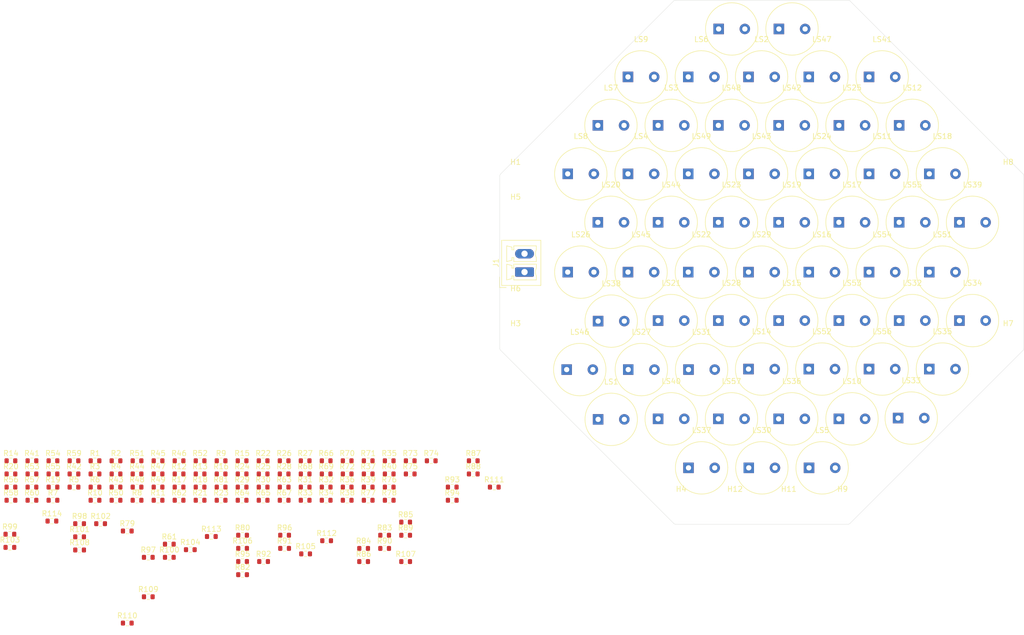
<source format=kicad_pcb>
(kicad_pcb (version 20171130) (host pcbnew 5.1.10)
  (title_block (title "Ultrasonic Array Speaker") (date 2021-05-23) (rev 0.1) (company 000) (comment 1 "Design: Alejandro Bizzotto"))
  (layers (0 F.Cu signal) (31 B.Cu signal) (34 B.Paste user hide) (35 F.Paste user hide) (36 B.SilkS user hide) (37 F.SilkS user hide) (38 B.Mask user hide) (39 F.Mask user hide) (44 Edge.Cuts user))
  (net 0 "")
  (net 1 "Net-(LS1-Pad2)")
  (net 2 "Net-(LS1-Pad1)")
  (net 3 "Net-(LS2-Pad1)")
  (net 4 "Net-(LS3-Pad1)")
  (net 5 "Net-(LS4-Pad1)")
  (net 6 "Net-(LS5-Pad1)")
  (net 7 "Net-(LS6-Pad1)")
  (net 8 "Net-(LS7-Pad1)")
  (net 9 "Net-(LS8-Pad1)")
  (net 10 "Net-(LS9-Pad1)")
  (net 11 "Net-(LS2-Pad2)")
  (net 12 "Net-(LS3-Pad2)")
  (net 13 "Net-(LS4-Pad2)")
  (net 14 "Net-(LS5-Pad2)")
  (net 15 "Net-(LS6-Pad2)")
  (net 16 "Net-(LS7-Pad2)")
  (net 17 "Net-(LS8-Pad2)")
  (net 18 "Net-(LS9-Pad2)")
  (net 19 "Net-(LS21-Pad1)")
  (net 20 "Net-(LS22-Pad1)")
  (net 21 "Net-(LS23-Pad1)")
  (net 22 "Net-(LS24-Pad1)")
  (net 23 "Net-(LS25-Pad1)")
  (net 24 "Net-(LS26-Pad1)")
  (net 25 "Net-(LS27-Pad1)")
  (net 26 "Net-(LS28-Pad1)")
  (net 27 "Net-(LS30-Pad1)")
  (net 28 "Net-(LS21-Pad2)")
  (net 29 "Net-(LS22-Pad2)")
  (net 30 "Net-(LS23-Pad2)")
  (net 31 "Net-(LS24-Pad2)")
  (net 32 "Net-(LS25-Pad2)")
  (net 33 "Net-(LS26-Pad2)")
  (net 34 "Net-(LS27-Pad2)")
  (net 35 "Net-(LS28-Pad2)")
  (net 36 "Net-(LS30-Pad2)")
  (net 37 "Net-(LS11-Pad2)")
  (net 38 "Net-(LS11-Pad1)")
  (net 39 "Net-(LS12-Pad2)")
  (net 40 "Net-(LS12-Pad1)")
  (net 41 "Net-(LS13-Pad2)")
  (net 42 "Net-(LS13-Pad1)")
  (net 43 "Net-(LS14-Pad2)")
  (net 44 "Net-(LS14-Pad1)")
  (net 45 "Net-(LS15-Pad2)")
  (net 46 "Net-(LS15-Pad1)")
  (net 47 "Net-(LS16-Pad2)")
  (net 48 "Net-(LS16-Pad1)")
  (net 49 "Net-(LS17-Pad2)")
  (net 50 "Net-(LS17-Pad1)")
  (net 51 "Net-(LS18-Pad2)")
  (net 52 "Net-(LS18-Pad1)")
  (net 53 "Net-(LS19-Pad2)")
  (net 54 "Net-(LS19-Pad1)")
  (net 55 "Net-(LS20-Pad2)")
  (net 56 "Net-(LS20-Pad1)")
  (net 57 "Net-(LS33-Pad2)")
  (net 58 "Net-(LS33-Pad1)")
  (net 59 "Net-(LS34-Pad2)")
  (net 60 "Net-(LS34-Pad1)")
  (net 61 "Net-(LS35-Pad2)")
  (net 62 "Net-(LS35-Pad1)")
  (net 63 "Net-(LS36-Pad2)")
  (net 64 "Net-(LS36-Pad1)")
  (net 65 "Net-(LS39-Pad2)")
  (net 66 "Net-(LS39-Pad1)")
  (net 67 "Net-(LS40-Pad2)")
  (net 68 "Net-(LS40-Pad1)")
  (net 69 "Net-(LS41-Pad2)")
  (net 70 "Net-(LS41-Pad1)")
  (net 71 "Net-(LS47-Pad2)")
  (net 72 "Net-(LS47-Pad1)")
  (net 73 "Net-(LS48-Pad2)")
  (net 74 "Net-(LS48-Pad1)")
  (net 75 "Net-(LS49-Pad2)")
  (net 76 "Net-(LS49-Pad1)")
  (net 77 "Net-(LS50-Pad2)")
  (net 78 "Net-(LS50-Pad1)")
  (net 79 "Net-(LS51-Pad2)")
  (net 80 "Net-(LS51-Pad1)")
  (net 81 "Net-(LS52-Pad2)")
  (net 82 "Net-(LS52-Pad1)")
  (net 83 "Net-(LS53-Pad2)")
  (net 84 "Net-(LS53-Pad1)")
  (net 85 "Net-(LS54-Pad2)")
  (net 86 "Net-(LS54-Pad1)")
  (net 87 "Net-(LS55-Pad2)")
  (net 88 "Net-(LS55-Pad1)")
  (net 89 "Net-(LS56-Pad2)")
  (net 90 "Net-(LS56-Pad1)")
  (net 91 "Net-(LS57-Pad2)")
  (net 92 "Net-(LS57-Pad1)")
  (net 93 "Net-(J1-Pad1)")
  (net 94 "Net-(LS10-Pad2)")
  (net 95 "Net-(LS10-Pad1)")
  (net 96 "Net-(LS29-Pad2)")
  (net 97 "Net-(LS29-Pad1)")
  (net 98 "Net-(LS31-Pad2)")
  (net 99 "Net-(LS31-Pad1)")
  (net 100 "Net-(LS32-Pad2)")
  (net 101 "Net-(LS32-Pad1)")
  (net 102 "Net-(LS37-Pad2)")
  (net 103 "Net-(LS37-Pad1)")
  (net 104 "Net-(LS38-Pad2)")
  (net 105 "Net-(LS38-Pad1)")
  (net 106 "Net-(LS42-Pad2)")
  (net 107 "Net-(LS42-Pad1)")
  (net 108 "Net-(LS43-Pad2)")
  (net 109 "Net-(LS43-Pad1)")
  (net 110 "Net-(LS44-Pad2)")
  (net 111 "Net-(LS44-Pad1)")
  (net 112 "Net-(LS45-Pad2)")
  (net 113 "Net-(LS45-Pad1)")
  (net 114 "Net-(LS46-Pad2)")
  (net 115 "Net-(LS46-Pad1)")
  (module Resistor_SMD:R_0603_1608Metric (layer F.Cu) (at 264.525 299.405)
    (fp_text reference R114 (at 0 -1.43) (layer F.SilkS))
    (fp_text value 0.1Ω)
    (pad 2 smd roundrect (at 0.825 0) (size 0.8 0.95) (layers F.Cu F.Paste F.Mask) (net 93 "Net-(J1-Pad1)"))
    (pad 1 smd roundrect (at -0.825 0) (size 0.8 0.95) (layers F.Cu F.Paste F.Mask) (net 91 "Net-(LS57-Pad2)"))
  )
  (module Resistor_SMD:R_0603_1608Metric (layer F.Cu) (at 294.945 302.355)
    (fp_text reference R113 (at 0 -1.43) (layer F.SilkS))
    (fp_text value 0.1Ω)
    (pad 2 smd roundrect (at 0.825 0) (size 0.8 0.95) (layers F.Cu F.Paste F.Mask) (net 93 "Net-(J1-Pad1)"))
    (pad 1 smd roundrect (at -0.825 0) (size 0.8 0.95) (layers F.Cu F.Paste F.Mask) (net 89 "Net-(LS56-Pad2)"))
  )
  (module Resistor_SMD:R_0603_1608Metric (layer F.Cu) (at 316.945 303.155)
    (fp_text reference R112 (at 0 -1.43) (layer F.SilkS))
    (fp_text value 0.1Ω)
    (pad 2 smd roundrect (at 0.825 0) (size 0.8 0.95) (layers F.Cu F.Paste F.Mask) (net 93 "Net-(J1-Pad1)"))
    (pad 1 smd roundrect (at -0.825 0) (size 0.8 0.95) (layers F.Cu F.Paste F.Mask) (net 87 "Net-(LS55-Pad2)"))
  )
  (module Resistor_SMD:R_0603_1608Metric (layer F.Cu) (at 348.935 292.925)
    (fp_text reference R111 (at 0 -1.43) (layer F.SilkS))
    (fp_text value 0.1Ω)
    (pad 2 smd roundrect (at 0.825 0) (size 0.8 0.95) (layers F.Cu F.Paste F.Mask) (net 93 "Net-(J1-Pad1)"))
    (pad 1 smd roundrect (at -0.825 0) (size 0.8 0.95) (layers F.Cu F.Paste F.Mask) (net 85 "Net-(LS54-Pad2)"))
  )
  (module Resistor_SMD:R_0603_1608Metric (layer F.Cu) (at 278.905 318.875)
    (fp_text reference R110 (at 0 -1.43) (layer F.SilkS))
    (fp_text value 0.1Ω)
    (pad 2 smd roundrect (at 0.825 0) (size 0.8 0.95) (layers F.Cu F.Paste F.Mask) (net 93 "Net-(J1-Pad1)"))
    (pad 1 smd roundrect (at -0.825 0) (size 0.8 0.95) (layers F.Cu F.Paste F.Mask) (net 83 "Net-(LS53-Pad2)"))
  )
  (module Resistor_SMD:R_0603_1608Metric (layer F.Cu) (at 282.915 313.855)
    (fp_text reference R109 (at 0 -1.43) (layer F.SilkS))
    (fp_text value 0.1Ω)
    (pad 2 smd roundrect (at 0.825 0) (size 0.8 0.95) (layers F.Cu F.Paste F.Mask) (net 93 "Net-(J1-Pad1)"))
    (pad 1 smd roundrect (at -0.825 0) (size 0.8 0.95) (layers F.Cu F.Paste F.Mask) (net 81 "Net-(LS52-Pad2)"))
  )
  (module Resistor_SMD:R_0603_1608Metric (layer F.Cu) (at 269.805 304.925)
    (fp_text reference R108 (at 0 -1.43) (layer F.SilkS))
    (fp_text value 0.1Ω)
    (pad 2 smd roundrect (at 0.825 0) (size 0.8 0.95) (layers F.Cu F.Paste F.Mask) (net 93 "Net-(J1-Pad1)"))
    (pad 1 smd roundrect (at -0.825 0) (size 0.8 0.95) (layers F.Cu F.Paste F.Mask) (net 79 "Net-(LS51-Pad2)"))
  )
  (module Resistor_SMD:R_0603_1608Metric (layer F.Cu) (at 332.025 307.135)
    (fp_text reference R107 (at 0 -1.43) (layer F.SilkS))
    (fp_text value 0.1Ω)
    (pad 2 smd roundrect (at 0.825 0) (size 0.8 0.95) (layers F.Cu F.Paste F.Mask) (net 93 "Net-(J1-Pad1)"))
    (pad 1 smd roundrect (at -0.825 0) (size 0.8 0.95) (layers F.Cu F.Paste F.Mask) (net 92 "Net-(LS57-Pad1)"))
  )
  (module Resistor_SMD:R_0603_1608Metric (layer F.Cu) (at 300.905 304.615)
    (fp_text reference R106 (at 0 -1.43) (layer F.SilkS))
    (fp_text value 0.1Ω)
    (pad 2 smd roundrect (at 0.825 0) (size 0.8 0.95) (layers F.Cu F.Paste F.Mask) (net 93 "Net-(J1-Pad1)"))
    (pad 1 smd roundrect (at -0.825 0) (size 0.8 0.95) (layers F.Cu F.Paste F.Mask) (net 90 "Net-(LS56-Pad1)"))
  )
  (module Resistor_SMD:R_0603_1608Metric (layer F.Cu) (at 312.935 305.665)
    (fp_text reference R105 (at 0 -1.43) (layer F.SilkS))
    (fp_text value 0.1Ω)
    (pad 2 smd roundrect (at 0.825 0) (size 0.8 0.95) (layers F.Cu F.Paste F.Mask) (net 93 "Net-(J1-Pad1)"))
    (pad 1 smd roundrect (at -0.825 0) (size 0.8 0.95) (layers F.Cu F.Paste F.Mask) (net 88 "Net-(LS55-Pad1)"))
  )
  (module Resistor_SMD:R_0603_1608Metric (layer F.Cu) (at 290.935 304.865)
    (fp_text reference R104 (at 0 -1.43) (layer F.SilkS))
    (fp_text value 0.1Ω)
    (pad 2 smd roundrect (at 0.825 0) (size 0.8 0.95) (layers F.Cu F.Paste F.Mask) (net 93 "Net-(J1-Pad1)"))
    (pad 1 smd roundrect (at -0.825 0) (size 0.8 0.95) (layers F.Cu F.Paste F.Mask) (net 86 "Net-(LS54-Pad1)"))
  )
  (module Resistor_SMD:R_0603_1608Metric (layer F.Cu) (at 256.505 304.425)
    (fp_text reference R103 (at 0 -1.43) (layer F.SilkS))
    (fp_text value 0.1Ω)
    (pad 2 smd roundrect (at 0.825 0) (size 0.8 0.95) (layers F.Cu F.Paste F.Mask) (net 93 "Net-(J1-Pad1)"))
    (pad 1 smd roundrect (at -0.825 0) (size 0.8 0.95) (layers F.Cu F.Paste F.Mask) (net 84 "Net-(LS53-Pad1)"))
  )
  (module Resistor_SMD:R_0603_1608Metric (layer F.Cu) (at 273.815 299.905)
    (fp_text reference R102 (at 0 -1.43) (layer F.SilkS))
    (fp_text value 0.1Ω)
    (pad 2 smd roundrect (at 0.825 0) (size 0.8 0.95) (layers F.Cu F.Paste F.Mask) (net 93 "Net-(J1-Pad1)"))
    (pad 1 smd roundrect (at -0.825 0) (size 0.8 0.95) (layers F.Cu F.Paste F.Mask) (net 82 "Net-(LS52-Pad1)"))
  )
  (module Resistor_SMD:R_0603_1608Metric (layer F.Cu) (at 269.805 302.415)
    (fp_text reference R101 (at 0 -1.43) (layer F.SilkS))
    (fp_text value 0.1Ω)
    (pad 2 smd roundrect (at 0.825 0) (size 0.8 0.95) (layers F.Cu F.Paste F.Mask) (net 93 "Net-(J1-Pad1)"))
    (pad 1 smd roundrect (at -0.825 0) (size 0.8 0.95) (layers F.Cu F.Paste F.Mask) (net 80 "Net-(LS51-Pad1)"))
  )
  (module Resistor_SMD:R_0603_1608Metric (layer F.Cu) (at 286.925 306.325)
    (fp_text reference R100 (at 0 -1.43) (layer F.SilkS))
    (fp_text value 0.1Ω)
    (pad 2 smd roundrect (at 0.825 0) (size 0.8 0.95) (layers F.Cu F.Paste F.Mask) (net 93 "Net-(J1-Pad1)"))
    (pad 1 smd roundrect (at -0.825 0) (size 0.8 0.95) (layers F.Cu F.Paste F.Mask) (net 77 "Net-(LS50-Pad2)"))
  )
  (module Resistor_SMD:R_0603_1608Metric (layer F.Cu) (at 256.505 301.915)
    (fp_text reference R99 (at 0 -1.43) (layer F.SilkS))
    (fp_text value 0.1Ω)
    (pad 2 smd roundrect (at 0.825 0) (size 0.8 0.95) (layers F.Cu F.Paste F.Mask) (net 93 "Net-(J1-Pad1)"))
    (pad 1 smd roundrect (at -0.825 0) (size 0.8 0.95) (layers F.Cu F.Paste F.Mask) (net 75 "Net-(LS49-Pad2)"))
  )
  (module Resistor_SMD:R_0603_1608Metric (layer F.Cu) (at 269.805 299.905)
    (fp_text reference R98 (at 0 -1.43) (layer F.SilkS))
    (fp_text value 0.1Ω)
    (pad 2 smd roundrect (at 0.825 0) (size 0.8 0.95) (layers F.Cu F.Paste F.Mask) (net 93 "Net-(J1-Pad1)"))
    (pad 1 smd roundrect (at -0.825 0) (size 0.8 0.95) (layers F.Cu F.Paste F.Mask) (net 73 "Net-(LS48-Pad2)"))
  )
  (module Resistor_SMD:R_0603_1608Metric (layer F.Cu) (at 282.915 306.325)
    (fp_text reference R97 (at 0 -1.43) (layer F.SilkS))
    (fp_text value 0.1Ω)
    (pad 2 smd roundrect (at 0.825 0) (size 0.8 0.95) (layers F.Cu F.Paste F.Mask) (net 93 "Net-(J1-Pad1)"))
    (pad 1 smd roundrect (at -0.825 0) (size 0.8 0.95) (layers F.Cu F.Paste F.Mask) (net 71 "Net-(LS47-Pad2)"))
  )
  (module Resistor_SMD:R_0603_1608Metric (layer F.Cu) (at 308.925 302.105)
    (fp_text reference R96 (at 0 -1.43) (layer F.SilkS))
    (fp_text value 0.1Ω)
    (pad 2 smd roundrect (at 0.825 0) (size 0.8 0.95) (layers F.Cu F.Paste F.Mask) (net 93 "Net-(J1-Pad1)"))
    (pad 1 smd roundrect (at -0.825 0) (size 0.8 0.95) (layers F.Cu F.Paste F.Mask) (net 114 "Net-(LS46-Pad2)"))
  )
  (module Resistor_SMD:R_0603_1608Metric (layer F.Cu) (at 300.905 307.125)
    (fp_text reference R95 (at 0 -1.43) (layer F.SilkS))
    (fp_text value 0.1Ω)
    (pad 2 smd roundrect (at 0.825 0) (size 0.8 0.95) (layers F.Cu F.Paste F.Mask) (net 93 "Net-(J1-Pad1)"))
    (pad 1 smd roundrect (at -0.825 0) (size 0.8 0.95) (layers F.Cu F.Paste F.Mask) (net 112 "Net-(LS45-Pad2)"))
  )
  (module Resistor_SMD:R_0603_1608Metric (layer F.Cu) (at 340.915 295.435)
    (fp_text reference R94 (at 0 -1.43) (layer F.SilkS))
    (fp_text value 0.1Ω)
    (pad 2 smd roundrect (at 0.825 0) (size 0.8 0.95) (layers F.Cu F.Paste F.Mask) (net 93 "Net-(J1-Pad1)"))
    (pad 1 smd roundrect (at -0.825 0) (size 0.8 0.95) (layers F.Cu F.Paste F.Mask) (net 110 "Net-(LS44-Pad2)"))
  )
  (module Resistor_SMD:R_0603_1608Metric (layer F.Cu) (at 340.915 292.925)
    (fp_text reference R93 (at 0 -1.43) (layer F.SilkS))
    (fp_text value 0.1Ω)
    (pad 2 smd roundrect (at 0.825 0) (size 0.8 0.95) (layers F.Cu F.Paste F.Mask) (net 93 "Net-(J1-Pad1)"))
    (pad 1 smd roundrect (at -0.825 0) (size 0.8 0.95) (layers F.Cu F.Paste F.Mask) (net 108 "Net-(LS43-Pad2)"))
  )
  (module Resistor_SMD:R_0603_1608Metric (layer F.Cu) (at 304.915 307.125)
    (fp_text reference R92 (at 0 -1.43) (layer F.SilkS))
    (fp_text value 0.1Ω)
    (pad 2 smd roundrect (at 0.825 0) (size 0.8 0.95) (layers F.Cu F.Paste F.Mask) (net 93 "Net-(J1-Pad1)"))
    (pad 1 smd roundrect (at -0.825 0) (size 0.8 0.95) (layers F.Cu F.Paste F.Mask) (net 106 "Net-(LS42-Pad2)"))
  )
  (module Resistor_SMD:R_0603_1608Metric (layer F.Cu) (at 308.925 304.615)
    (fp_text reference R91 (at 0 -1.43) (layer F.SilkS))
    (fp_text value 0.1Ω)
    (pad 2 smd roundrect (at 0.825 0) (size 0.8 0.95) (layers F.Cu F.Paste F.Mask) (net 93 "Net-(J1-Pad1)"))
    (pad 1 smd roundrect (at -0.825 0) (size 0.8 0.95) (layers F.Cu F.Paste F.Mask) (net 69 "Net-(LS41-Pad2)"))
  )
  (module Resistor_SMD:R_0603_1608Metric (layer F.Cu) (at 328.015 304.625)
    (fp_text reference R90 (at 0 -1.43) (layer F.SilkS))
    (fp_text value 0.1Ω)
    (pad 2 smd roundrect (at 0.825 0) (size 0.8 0.95) (layers F.Cu F.Paste F.Mask) (net 93 "Net-(J1-Pad1)"))
    (pad 1 smd roundrect (at -0.825 0) (size 0.8 0.95) (layers F.Cu F.Paste F.Mask) (net 78 "Net-(LS50-Pad1)"))
  )
  (module Resistor_SMD:R_0603_1608Metric (layer F.Cu) (at 332.025 302.115)
    (fp_text reference R89 (at 0 -1.43) (layer F.SilkS))
    (fp_text value 0.1Ω)
    (pad 2 smd roundrect (at 0.825 0) (size 0.8 0.95) (layers F.Cu F.Paste F.Mask) (net 93 "Net-(J1-Pad1)"))
    (pad 1 smd roundrect (at -0.825 0) (size 0.8 0.95) (layers F.Cu F.Paste F.Mask) (net 76 "Net-(LS49-Pad1)"))
  )
  (module Resistor_SMD:R_0603_1608Metric (layer F.Cu) (at 344.925 290.415)
    (fp_text reference R88 (at 0 -1.43) (layer F.SilkS))
    (fp_text value 0.1Ω)
    (pad 2 smd roundrect (at 0.825 0) (size 0.8 0.95) (layers F.Cu F.Paste F.Mask) (net 93 "Net-(J1-Pad1)"))
    (pad 1 smd roundrect (at -0.825 0) (size 0.8 0.95) (layers F.Cu F.Paste F.Mask) (net 74 "Net-(LS48-Pad1)"))
  )
  (module Resistor_SMD:R_0603_1608Metric (layer F.Cu) (at 344.925 287.905)
    (fp_text reference R87 (at 0 -1.43) (layer F.SilkS))
    (fp_text value 0.1Ω)
    (pad 2 smd roundrect (at 0.825 0) (size 0.8 0.95) (layers F.Cu F.Paste F.Mask) (net 93 "Net-(J1-Pad1)"))
    (pad 1 smd roundrect (at -0.825 0) (size 0.8 0.95) (layers F.Cu F.Paste F.Mask) (net 72 "Net-(LS47-Pad1)"))
  )
  (module Resistor_SMD:R_0603_1608Metric (layer F.Cu) (at 324.005 307.135)
    (fp_text reference R86 (at 0 -1.43) (layer F.SilkS))
    (fp_text value 0.1Ω)
    (pad 2 smd roundrect (at 0.825 0) (size 0.8 0.95) (layers F.Cu F.Paste F.Mask) (net 93 "Net-(J1-Pad1)"))
    (pad 1 smd roundrect (at -0.825 0) (size 0.8 0.95) (layers F.Cu F.Paste F.Mask) (net 115 "Net-(LS46-Pad1)"))
  )
  (module Resistor_SMD:R_0603_1608Metric (layer F.Cu) (at 332.025 299.605)
    (fp_text reference R85 (at 0 -1.43) (layer F.SilkS))
    (fp_text value 0.1Ω)
    (pad 2 smd roundrect (at 0.825 0) (size 0.8 0.95) (layers F.Cu F.Paste F.Mask) (net 93 "Net-(J1-Pad1)"))
    (pad 1 smd roundrect (at -0.825 0) (size 0.8 0.95) (layers F.Cu F.Paste F.Mask) (net 113 "Net-(LS45-Pad1)"))
  )
  (module Resistor_SMD:R_0603_1608Metric (layer F.Cu) (at 324.005 304.625)
    (fp_text reference R84 (at 0 -1.43) (layer F.SilkS))
    (fp_text value 0.1Ω)
    (pad 2 smd roundrect (at 0.825 0) (size 0.8 0.95) (layers F.Cu F.Paste F.Mask) (net 93 "Net-(J1-Pad1)"))
    (pad 1 smd roundrect (at -0.825 0) (size 0.8 0.95) (layers F.Cu F.Paste F.Mask) (net 111 "Net-(LS44-Pad1)"))
  )
  (module Resistor_SMD:R_0603_1608Metric (layer F.Cu) (at 328.015 302.115)
    (fp_text reference R83 (at 0 -1.43) (layer F.SilkS))
    (fp_text value 0.1Ω)
    (pad 2 smd roundrect (at 0.825 0) (size 0.8 0.95) (layers F.Cu F.Paste F.Mask) (net 93 "Net-(J1-Pad1)"))
    (pad 1 smd roundrect (at -0.825 0) (size 0.8 0.95) (layers F.Cu F.Paste F.Mask) (net 109 "Net-(LS43-Pad1)"))
  )
  (module Resistor_SMD:R_0603_1608Metric (layer F.Cu) (at 300.905 309.635)
    (fp_text reference R82 (at 0 -1.43) (layer F.SilkS))
    (fp_text value 0.1Ω)
    (pad 2 smd roundrect (at 0.825 0) (size 0.8 0.95) (layers F.Cu F.Paste F.Mask) (net 93 "Net-(J1-Pad1)"))
    (pad 1 smd roundrect (at -0.825 0) (size 0.8 0.95) (layers F.Cu F.Paste F.Mask) (net 107 "Net-(LS42-Pad1)"))
  )
  (module Resistor_SMD:R_0603_1608Metric (layer F.Cu) (at 296.805 292.925)
    (fp_text reference R81 (at 0 -1.43) (layer F.SilkS))
    (fp_text value 0.1Ω)
    (pad 2 smd roundrect (at 0.825 0) (size 0.8 0.95) (layers F.Cu F.Paste F.Mask) (net 93 "Net-(J1-Pad1)"))
    (pad 1 smd roundrect (at -0.825 0) (size 0.8 0.95) (layers F.Cu F.Paste F.Mask) (net 70 "Net-(LS41-Pad1)"))
  )
  (module Resistor_SMD:R_0603_1608Metric (layer F.Cu) (at 300.905 302.105)
    (fp_text reference R80 (at 0 -1.43) (layer F.SilkS))
    (fp_text value 0.1Ω)
    (pad 2 smd roundrect (at 0.825 0) (size 0.8 0.95) (layers F.Cu F.Paste F.Mask) (net 93 "Net-(J1-Pad1)"))
    (pad 1 smd roundrect (at -0.825 0) (size 0.8 0.95) (layers F.Cu F.Paste F.Mask) (net 67 "Net-(LS40-Pad2)"))
  )
  (module Resistor_SMD:R_0603_1608Metric (layer F.Cu) (at 278.905 301.305)
    (fp_text reference R79 (at 0 -1.43) (layer F.SilkS))
    (fp_text value 0.1Ω)
    (pad 2 smd roundrect (at 0.825 0) (size 0.8 0.95) (layers F.Cu F.Paste F.Mask) (net 93 "Net-(J1-Pad1)"))
    (pad 1 smd roundrect (at -0.825 0) (size 0.8 0.95) (layers F.Cu F.Paste F.Mask) (net 65 "Net-(LS39-Pad2)"))
  )
  (module Resistor_SMD:R_0603_1608Metric (layer F.Cu) (at 328.885 295.435)
    (fp_text reference R78 (at 0 -1.43) (layer F.SilkS))
    (fp_text value 0.1Ω)
    (pad 2 smd roundrect (at 0.825 0) (size 0.8 0.95) (layers F.Cu F.Paste F.Mask) (net 93 "Net-(J1-Pad1)"))
    (pad 1 smd roundrect (at -0.825 0) (size 0.8 0.95) (layers F.Cu F.Paste F.Mask) (net 104 "Net-(LS38-Pad2)"))
  )
  (module Resistor_SMD:R_0603_1608Metric (layer F.Cu) (at 324.875 295.435)
    (fp_text reference R77 (at 0 -1.43) (layer F.SilkS))
    (fp_text value 0.1Ω)
    (pad 2 smd roundrect (at 0.825 0) (size 0.8 0.95) (layers F.Cu F.Paste F.Mask) (net 93 "Net-(J1-Pad1)"))
    (pad 1 smd roundrect (at -0.825 0) (size 0.8 0.95) (layers F.Cu F.Paste F.Mask) (net 102 "Net-(LS37-Pad2)"))
  )
  (module Resistor_SMD:R_0603_1608Metric (layer F.Cu) (at 328.885 292.925)
    (fp_text reference R76 (at 0 -1.43) (layer F.SilkS))
    (fp_text value 0.1Ω)
    (pad 2 smd roundrect (at 0.825 0) (size 0.8 0.95) (layers F.Cu F.Paste F.Mask) (net 93 "Net-(J1-Pad1)"))
    (pad 1 smd roundrect (at -0.825 0) (size 0.8 0.95) (layers F.Cu F.Paste F.Mask) (net 63 "Net-(LS36-Pad2)"))
  )
  (module Resistor_SMD:R_0603_1608Metric (layer F.Cu) (at 332.895 290.415)
    (fp_text reference R75 (at 0 -1.43) (layer F.SilkS))
    (fp_text value 0.1Ω)
    (pad 2 smd roundrect (at 0.825 0) (size 0.8 0.95) (layers F.Cu F.Paste F.Mask) (net 93 "Net-(J1-Pad1)"))
    (pad 1 smd roundrect (at -0.825 0) (size 0.8 0.95) (layers F.Cu F.Paste F.Mask) (net 61 "Net-(LS35-Pad2)"))
  )
  (module Resistor_SMD:R_0603_1608Metric (layer F.Cu) (at 336.905 287.905)
    (fp_text reference R74 (at 0 -1.43) (layer F.SilkS))
    (fp_text value 0.1Ω)
    (pad 2 smd roundrect (at 0.825 0) (size 0.8 0.95) (layers F.Cu F.Paste F.Mask) (net 93 "Net-(J1-Pad1)"))
    (pad 1 smd roundrect (at -0.825 0) (size 0.8 0.95) (layers F.Cu F.Paste F.Mask) (net 59 "Net-(LS34-Pad2)"))
  )
  (module Resistor_SMD:R_0603_1608Metric (layer F.Cu) (at 332.895 287.905)
    (fp_text reference R73 (at 0 -1.43) (layer F.SilkS))
    (fp_text value 0.1Ω)
    (pad 2 smd roundrect (at 0.825 0) (size 0.8 0.95) (layers F.Cu F.Paste F.Mask) (net 93 "Net-(J1-Pad1)"))
    (pad 1 smd roundrect (at -0.825 0) (size 0.8 0.95) (layers F.Cu F.Paste F.Mask) (net 57 "Net-(LS33-Pad2)"))
  )
  (module Resistor_SMD:R_0603_1608Metric (layer F.Cu) (at 328.885 290.415)
    (fp_text reference R40 (at 0 -1.43) (layer F.SilkS))
    (fp_text value 0.1Ω)
    (pad 2 smd roundrect (at 0.825 0) (size 0.8 0.95) (layers F.Cu F.Paste F.Mask) (net 93 "Net-(J1-Pad1)"))
    (pad 1 smd roundrect (at -0.825 0) (size 0.8 0.95) (layers F.Cu F.Paste F.Mask) (net 55 "Net-(LS20-Pad2)"))
  )
  (module Resistor_SMD:R_0603_1608Metric (layer F.Cu) (at 324.875 292.925)
    (fp_text reference R39 (at 0 -1.43) (layer F.SilkS))
    (fp_text value 0.1Ω)
    (pad 2 smd roundrect (at 0.825 0) (size 0.8 0.95) (layers F.Cu F.Paste F.Mask) (net 93 "Net-(J1-Pad1)"))
    (pad 1 smd roundrect (at -0.825 0) (size 0.8 0.95) (layers F.Cu F.Paste F.Mask) (net 53 "Net-(LS19-Pad2)"))
  )
  (module Resistor_SMD:R_0603_1608Metric (layer F.Cu) (at 320.865 295.435)
    (fp_text reference R38 (at 0 -1.43) (layer F.SilkS))
    (fp_text value 0.1Ω)
    (pad 2 smd roundrect (at 0.825 0) (size 0.8 0.95) (layers F.Cu F.Paste F.Mask) (net 93 "Net-(J1-Pad1)"))
    (pad 1 smd roundrect (at -0.825 0) (size 0.8 0.95) (layers F.Cu F.Paste F.Mask) (net 51 "Net-(LS18-Pad2)"))
  )
  (module Resistor_SMD:R_0603_1608Metric (layer F.Cu) (at 324.875 290.415)
    (fp_text reference R37 (at 0 -1.43) (layer F.SilkS))
    (fp_text value 0.1Ω)
    (pad 2 smd roundrect (at 0.825 0) (size 0.8 0.95) (layers F.Cu F.Paste F.Mask) (net 93 "Net-(J1-Pad1)"))
    (pad 1 smd roundrect (at -0.825 0) (size 0.8 0.95) (layers F.Cu F.Paste F.Mask) (net 49 "Net-(LS17-Pad2)"))
  )
  (module Resistor_SMD:R_0603_1608Metric (layer F.Cu) (at 320.865 292.925)
    (fp_text reference R36 (at 0 -1.43) (layer F.SilkS))
    (fp_text value 0.1Ω)
    (pad 2 smd roundrect (at 0.825 0) (size 0.8 0.95) (layers F.Cu F.Paste F.Mask) (net 93 "Net-(J1-Pad1)"))
    (pad 1 smd roundrect (at -0.825 0) (size 0.8 0.95) (layers F.Cu F.Paste F.Mask) (net 47 "Net-(LS16-Pad2)"))
  )
  (module Resistor_SMD:R_0603_1608Metric (layer F.Cu) (at 328.885 287.905)
    (fp_text reference R35 (at 0 -1.43) (layer F.SilkS))
    (fp_text value 0.1Ω)
    (pad 2 smd roundrect (at 0.825 0) (size 0.8 0.95) (layers F.Cu F.Paste F.Mask) (net 93 "Net-(J1-Pad1)"))
    (pad 1 smd roundrect (at -0.825 0) (size 0.8 0.95) (layers F.Cu F.Paste F.Mask) (net 45 "Net-(LS15-Pad2)"))
  )
  (module Resistor_SMD:R_0603_1608Metric (layer F.Cu) (at 316.855 295.435)
    (fp_text reference R34 (at 0 -1.43) (layer F.SilkS))
    (fp_text value 0.1Ω)
    (pad 2 smd roundrect (at 0.825 0) (size 0.8 0.95) (layers F.Cu F.Paste F.Mask) (net 93 "Net-(J1-Pad1)"))
    (pad 1 smd roundrect (at -0.825 0) (size 0.8 0.95) (layers F.Cu F.Paste F.Mask) (net 43 "Net-(LS14-Pad2)"))
  )
  (module Resistor_SMD:R_0603_1608Metric (layer F.Cu) (at 312.845 295.435)
    (fp_text reference R33 (at 0 -1.43) (layer F.SilkS))
    (fp_text value 0.1Ω)
    (pad 2 smd roundrect (at 0.825 0) (size 0.8 0.95) (layers F.Cu F.Paste F.Mask) (net 93 "Net-(J1-Pad1)"))
    (pad 1 smd roundrect (at -0.825 0) (size 0.8 0.95) (layers F.Cu F.Paste F.Mask) (net 41 "Net-(LS13-Pad2)"))
  )
  (module Resistor_SMD:R_0603_1608Metric (layer F.Cu) (at 316.855 292.925)
    (fp_text reference R32 (at 0 -1.43) (layer F.SilkS))
    (fp_text value 0.1Ω)
    (pad 2 smd roundrect (at 0.825 0) (size 0.8 0.95) (layers F.Cu F.Paste F.Mask) (net 93 "Net-(J1-Pad1)"))
    (pad 1 smd roundrect (at -0.825 0) (size 0.8 0.95) (layers F.Cu F.Paste F.Mask) (net 39 "Net-(LS12-Pad2)"))
  )
  (module Resistor_SMD:R_0603_1608Metric (layer F.Cu) (at 312.845 292.925)
    (fp_text reference R31 (at 0 -1.43) (layer F.SilkS))
    (fp_text value 0.1Ω)
    (pad 2 smd roundrect (at 0.825 0) (size 0.8 0.95) (layers F.Cu F.Paste F.Mask) (net 93 "Net-(J1-Pad1)"))
    (pad 1 smd roundrect (at -0.825 0) (size 0.8 0.95) (layers F.Cu F.Paste F.Mask) (net 37 "Net-(LS11-Pad2)"))
  )
  (module Resistor_SMD:R_0603_1608Metric (layer F.Cu) (at 320.865 290.415)
    (fp_text reference R72 (at 0 -1.43) (layer F.SilkS))
    (fp_text value 0.1Ω)
    (pad 2 smd roundrect (at 0.825 0) (size 0.8 0.95) (layers F.Cu F.Paste F.Mask) (net 93 "Net-(J1-Pad1)"))
    (pad 1 smd roundrect (at -0.825 0) (size 0.8 0.95) (layers F.Cu F.Paste F.Mask) (net 100 "Net-(LS32-Pad2)"))
  )
  (module Resistor_SMD:R_0603_1608Metric (layer F.Cu) (at 324.875 287.905)
    (fp_text reference R71 (at 0 -1.43) (layer F.SilkS))
    (fp_text value 0.1Ω)
    (pad 2 smd roundrect (at 0.825 0) (size 0.8 0.95) (layers F.Cu F.Paste F.Mask) (net 93 "Net-(J1-Pad1)"))
    (pad 1 smd roundrect (at -0.825 0) (size 0.8 0.95) (layers F.Cu F.Paste F.Mask) (net 98 "Net-(LS31-Pad2)"))
  )
  (module Resistor_SMD:R_0603_1608Metric (layer F.Cu) (at 320.865 287.905)
    (fp_text reference R70 (at 0 -1.43) (layer F.SilkS))
    (fp_text value 0.1Ω)
    (pad 2 smd roundrect (at 0.825 0) (size 0.8 0.95) (layers F.Cu F.Paste F.Mask) (net 93 "Net-(J1-Pad1)"))
    (pad 1 smd roundrect (at -0.825 0) (size 0.8 0.95) (layers F.Cu F.Paste F.Mask) (net 68 "Net-(LS40-Pad1)"))
  )
  (module Resistor_SMD:R_0603_1608Metric (layer F.Cu) (at 316.855 290.415)
    (fp_text reference R69 (at 0 -1.43) (layer F.SilkS))
    (fp_text value 0.1Ω)
    (pad 2 smd roundrect (at 0.825 0) (size 0.8 0.95) (layers F.Cu F.Paste F.Mask) (net 93 "Net-(J1-Pad1)"))
    (pad 1 smd roundrect (at -0.825 0) (size 0.8 0.95) (layers F.Cu F.Paste F.Mask) (net 66 "Net-(LS39-Pad1)"))
  )
  (module Resistor_SMD:R_0603_1608Metric (layer F.Cu) (at 312.845 290.415)
    (fp_text reference R68 (at 0 -1.43) (layer F.SilkS))
    (fp_text value 0.1Ω)
    (pad 2 smd roundrect (at 0.825 0) (size 0.8 0.95) (layers F.Cu F.Paste F.Mask) (net 93 "Net-(J1-Pad1)"))
    (pad 1 smd roundrect (at -0.825 0) (size 0.8 0.95) (layers F.Cu F.Paste F.Mask) (net 105 "Net-(LS38-Pad1)"))
  )
  (module Resistor_SMD:R_0603_1608Metric (layer F.Cu) (at 308.835 295.435)
    (fp_text reference R67 (at 0 -1.43) (layer F.SilkS))
    (fp_text value 0.1Ω)
    (pad 2 smd roundrect (at 0.825 0) (size 0.8 0.95) (layers F.Cu F.Paste F.Mask) (net 93 "Net-(J1-Pad1)"))
    (pad 1 smd roundrect (at -0.825 0) (size 0.8 0.95) (layers F.Cu F.Paste F.Mask) (net 103 "Net-(LS37-Pad1)"))
  )
  (module Resistor_SMD:R_0603_1608Metric (layer F.Cu) (at 316.855 287.905)
    (fp_text reference R66 (at 0 -1.43) (layer F.SilkS))
    (fp_text value 0.1Ω)
    (pad 2 smd roundrect (at 0.825 0) (size 0.8 0.95) (layers F.Cu F.Paste F.Mask) (net 93 "Net-(J1-Pad1)"))
    (pad 1 smd roundrect (at -0.825 0) (size 0.8 0.95) (layers F.Cu F.Paste F.Mask) (net 64 "Net-(LS36-Pad1)"))
  )
  (module Resistor_SMD:R_0603_1608Metric (layer F.Cu) (at 304.825 295.435)
    (fp_text reference R65 (at 0 -1.43) (layer F.SilkS))
    (fp_text value 0.1Ω)
    (pad 2 smd roundrect (at 0.825 0) (size 0.8 0.95) (layers F.Cu F.Paste F.Mask) (net 93 "Net-(J1-Pad1)"))
    (pad 1 smd roundrect (at -0.825 0) (size 0.8 0.95) (layers F.Cu F.Paste F.Mask) (net 62 "Net-(LS35-Pad1)"))
  )
  (module Resistor_SMD:R_0603_1608Metric (layer F.Cu) (at 300.815 295.435)
    (fp_text reference R64 (at 0 -1.43) (layer F.SilkS))
    (fp_text value 0.1Ω)
    (pad 2 smd roundrect (at 0.825 0) (size 0.8 0.95) (layers F.Cu F.Paste F.Mask) (net 93 "Net-(J1-Pad1)"))
    (pad 1 smd roundrect (at -0.825 0) (size 0.8 0.95) (layers F.Cu F.Paste F.Mask) (net 60 "Net-(LS34-Pad1)"))
  )
  (module Resistor_SMD:R_0603_1608Metric (layer F.Cu) (at 308.835 292.925)
    (fp_text reference R63 (at 0 -1.43) (layer F.SilkS))
    (fp_text value 0.1Ω)
    (pad 2 smd roundrect (at 0.825 0) (size 0.8 0.95) (layers F.Cu F.Paste F.Mask) (net 93 "Net-(J1-Pad1)"))
    (pad 1 smd roundrect (at -0.825 0) (size 0.8 0.95) (layers F.Cu F.Paste F.Mask) (net 58 "Net-(LS33-Pad1)"))
  )
  (module Resistor_SMD:R_0603_1608Metric (layer F.Cu) (at 304.825 292.925)
    (fp_text reference R30 (at 0 -1.43) (layer F.SilkS))
    (fp_text value 0.1Ω)
    (pad 2 smd roundrect (at 0.825 0) (size 0.8 0.95) (layers F.Cu F.Paste F.Mask) (net 93 "Net-(J1-Pad1)"))
    (pad 1 smd roundrect (at -0.825 0) (size 0.8 0.95) (layers F.Cu F.Paste F.Mask) (net 56 "Net-(LS20-Pad1)"))
  )
  (module Resistor_SMD:R_0603_1608Metric (layer F.Cu) (at 300.815 292.925)
    (fp_text reference R29 (at 0 -1.43) (layer F.SilkS))
    (fp_text value 0.1Ω)
    (pad 2 smd roundrect (at 0.825 0) (size 0.8 0.95) (layers F.Cu F.Paste F.Mask) (net 93 "Net-(J1-Pad1)"))
    (pad 1 smd roundrect (at -0.825 0) (size 0.8 0.95) (layers F.Cu F.Paste F.Mask) (net 54 "Net-(LS19-Pad1)"))
  )
  (module Resistor_SMD:R_0603_1608Metric (layer F.Cu) (at 308.835 290.415)
    (fp_text reference R28 (at 0 -1.43) (layer F.SilkS))
    (fp_text value 0.1Ω)
    (pad 2 smd roundrect (at 0.825 0) (size 0.8 0.95) (layers F.Cu F.Paste F.Mask) (net 93 "Net-(J1-Pad1)"))
    (pad 1 smd roundrect (at -0.825 0) (size 0.8 0.95) (layers F.Cu F.Paste F.Mask) (net 52 "Net-(LS18-Pad1)"))
  )
  (module Resistor_SMD:R_0603_1608Metric (layer F.Cu) (at 312.845 287.905)
    (fp_text reference R27 (at 0 -1.43) (layer F.SilkS))
    (fp_text value 0.1Ω)
    (pad 2 smd roundrect (at 0.825 0) (size 0.8 0.95) (layers F.Cu F.Paste F.Mask) (net 93 "Net-(J1-Pad1)"))
    (pad 1 smd roundrect (at -0.825 0) (size 0.8 0.95) (layers F.Cu F.Paste F.Mask) (net 50 "Net-(LS17-Pad1)"))
  )
  (module Resistor_SMD:R_0603_1608Metric (layer F.Cu) (at 308.835 287.905)
    (fp_text reference R26 (at 0 -1.43) (layer F.SilkS))
    (fp_text value 0.1Ω)
    (pad 2 smd roundrect (at 0.825 0) (size 0.8 0.95) (layers F.Cu F.Paste F.Mask) (net 93 "Net-(J1-Pad1)"))
    (pad 1 smd roundrect (at -0.825 0) (size 0.8 0.95) (layers F.Cu F.Paste F.Mask) (net 48 "Net-(LS16-Pad1)"))
  )
  (module Resistor_SMD:R_0603_1608Metric (layer F.Cu) (at 304.825 290.415)
    (fp_text reference R25 (at 0 -1.43) (layer F.SilkS))
    (fp_text value 0.1Ω)
    (pad 2 smd roundrect (at 0.825 0) (size 0.8 0.95) (layers F.Cu F.Paste F.Mask) (net 93 "Net-(J1-Pad1)"))
    (pad 1 smd roundrect (at -0.825 0) (size 0.8 0.95) (layers F.Cu F.Paste F.Mask) (net 46 "Net-(LS15-Pad1)"))
  )
  (module Resistor_SMD:R_0603_1608Metric (layer F.Cu) (at 300.815 290.415)
    (fp_text reference R24 (at 0 -1.43) (layer F.SilkS))
    (fp_text value 0.1Ω)
    (pad 2 smd roundrect (at 0.825 0) (size 0.8 0.95) (layers F.Cu F.Paste F.Mask) (net 93 "Net-(J1-Pad1)"))
    (pad 1 smd roundrect (at -0.825 0) (size 0.8 0.95) (layers F.Cu F.Paste F.Mask) (net 44 "Net-(LS14-Pad1)"))
  )
  (module Resistor_SMD:R_0603_1608Metric (layer F.Cu) (at 296.805 295.435)
    (fp_text reference R23 (at 0 -1.43) (layer F.SilkS))
    (fp_text value 0.1Ω)
    (pad 2 smd roundrect (at 0.825 0) (size 0.8 0.95) (layers F.Cu F.Paste F.Mask) (net 93 "Net-(J1-Pad1)"))
    (pad 1 smd roundrect (at -0.825 0) (size 0.8 0.95) (layers F.Cu F.Paste F.Mask) (net 42 "Net-(LS13-Pad1)"))
  )
  (module Resistor_SMD:R_0603_1608Metric (layer F.Cu) (at 304.825 287.905)
    (fp_text reference R22 (at 0 -1.43) (layer F.SilkS))
    (fp_text value 0.1Ω)
    (pad 2 smd roundrect (at 0.825 0) (size 0.8 0.95) (layers F.Cu F.Paste F.Mask) (net 93 "Net-(J1-Pad1)"))
    (pad 1 smd roundrect (at -0.825 0) (size 0.8 0.95) (layers F.Cu F.Paste F.Mask) (net 40 "Net-(LS12-Pad1)"))
  )
  (module Resistor_SMD:R_0603_1608Metric (layer F.Cu) (at 292.795 295.435)
    (fp_text reference R21 (at 0 -1.43) (layer F.SilkS))
    (fp_text value 0.1Ω)
    (pad 2 smd roundrect (at 0.825 0) (size 0.8 0.95) (layers F.Cu F.Paste F.Mask) (net 93 "Net-(J1-Pad1)"))
    (pad 1 smd roundrect (at -0.825 0) (size 0.8 0.95) (layers F.Cu F.Paste F.Mask) (net 38 "Net-(LS11-Pad1)"))
  )
  (module Resistor_SMD:R_0603_1608Metric (layer F.Cu) (at 288.785 295.435)
    (fp_text reference R62 (at 0 -1.43) (layer F.SilkS))
    (fp_text value 0.1Ω)
    (pad 2 smd roundrect (at 0.825 0) (size 0.8 0.95) (layers F.Cu F.Paste F.Mask) (net 93 "Net-(J1-Pad1)"))
    (pad 1 smd roundrect (at -0.825 0) (size 0.8 0.95) (layers F.Cu F.Paste F.Mask) (net 101 "Net-(LS32-Pad1)"))
  )
  (module Resistor_SMD:R_0603_1608Metric (layer F.Cu) (at 286.925 303.815)
    (fp_text reference R61 (at 0 -1.43) (layer F.SilkS))
    (fp_text value 0.1Ω)
    (pad 2 smd roundrect (at 0.825 0) (size 0.8 0.95) (layers F.Cu F.Paste F.Mask) (net 93 "Net-(J1-Pad1)"))
    (pad 1 smd roundrect (at -0.825 0) (size 0.8 0.95) (layers F.Cu F.Paste F.Mask) (net 99 "Net-(LS31-Pad1)"))
  )
  (module Resistor_SMD:R_0603_1608Metric (layer F.Cu) (at 260.715 295.435)
    (fp_text reference R60 (at 0 -1.43) (layer F.SilkS))
    (fp_text value 0.1Ω)
    (pad 2 smd roundrect (at 0.825 0) (size 0.8 0.95) (layers F.Cu F.Paste F.Mask) (net 93 "Net-(J1-Pad1)"))
    (pad 1 smd roundrect (at -0.825 0) (size 0.8 0.95) (layers F.Cu F.Paste F.Mask) (net 36 "Net-(LS30-Pad2)"))
  )
  (module Resistor_SMD:R_0603_1608Metric (layer F.Cu) (at 268.735 287.905)
    (fp_text reference R59 (at 0 -1.43) (layer F.SilkS))
    (fp_text value 0.1Ω)
    (pad 2 smd roundrect (at 0.825 0) (size 0.8 0.95) (layers F.Cu F.Paste F.Mask) (net 93 "Net-(J1-Pad1)"))
    (pad 1 smd roundrect (at -0.825 0) (size 0.8 0.95) (layers F.Cu F.Paste F.Mask) (net 96 "Net-(LS29-Pad2)"))
  )
  (module Resistor_SMD:R_0603_1608Metric (layer F.Cu) (at 256.705 295.435)
    (fp_text reference R58 (at 0 -1.43) (layer F.SilkS))
    (fp_text value 0.1Ω)
    (pad 2 smd roundrect (at 0.825 0) (size 0.8 0.95) (layers F.Cu F.Paste F.Mask) (net 93 "Net-(J1-Pad1)"))
    (pad 1 smd roundrect (at -0.825 0) (size 0.8 0.95) (layers F.Cu F.Paste F.Mask) (net 35 "Net-(LS28-Pad2)"))
  )
  (module Resistor_SMD:R_0603_1608Metric (layer F.Cu) (at 260.715 292.925)
    (fp_text reference R57 (at 0 -1.43) (layer F.SilkS))
    (fp_text value 0.1Ω)
    (pad 2 smd roundrect (at 0.825 0) (size 0.8 0.95) (layers F.Cu F.Paste F.Mask) (net 93 "Net-(J1-Pad1)"))
    (pad 1 smd roundrect (at -0.825 0) (size 0.8 0.95) (layers F.Cu F.Paste F.Mask) (net 34 "Net-(LS27-Pad2)"))
  )
  (module Resistor_SMD:R_0603_1608Metric (layer F.Cu) (at 256.705 292.925)
    (fp_text reference R56 (at 0 -1.43) (layer F.SilkS))
    (fp_text value 0.1Ω)
    (pad 2 smd roundrect (at 0.825 0) (size 0.8 0.95) (layers F.Cu F.Paste F.Mask) (net 93 "Net-(J1-Pad1)"))
    (pad 1 smd roundrect (at -0.825 0) (size 0.8 0.95) (layers F.Cu F.Paste F.Mask) (net 33 "Net-(LS26-Pad2)"))
  )
  (module Resistor_SMD:R_0603_1608Metric (layer F.Cu) (at 264.725 290.415)
    (fp_text reference R55 (at 0 -1.43) (layer F.SilkS))
    (fp_text value 0.1Ω)
    (pad 2 smd roundrect (at 0.825 0) (size 0.8 0.95) (layers F.Cu F.Paste F.Mask) (net 93 "Net-(J1-Pad1)"))
    (pad 1 smd roundrect (at -0.825 0) (size 0.8 0.95) (layers F.Cu F.Paste F.Mask) (net 32 "Net-(LS25-Pad2)"))
  )
  (module Resistor_SMD:R_0603_1608Metric (layer F.Cu) (at 264.725 287.905)
    (fp_text reference R54 (at 0 -1.43) (layer F.SilkS))
    (fp_text value 0.1Ω)
    (pad 2 smd roundrect (at 0.825 0) (size 0.8 0.95) (layers F.Cu F.Paste F.Mask) (net 93 "Net-(J1-Pad1)"))
    (pad 1 smd roundrect (at -0.825 0) (size 0.8 0.95) (layers F.Cu F.Paste F.Mask) (net 31 "Net-(LS24-Pad2)"))
  )
  (module Resistor_SMD:R_0603_1608Metric (layer F.Cu) (at 260.715 290.415)
    (fp_text reference R53 (at 0 -1.43) (layer F.SilkS))
    (fp_text value 0.1Ω)
    (pad 2 smd roundrect (at 0.825 0) (size 0.8 0.95) (layers F.Cu F.Paste F.Mask) (net 93 "Net-(J1-Pad1)"))
    (pad 1 smd roundrect (at -0.825 0) (size 0.8 0.95) (layers F.Cu F.Paste F.Mask) (net 30 "Net-(LS23-Pad2)"))
  )
  (module Resistor_SMD:R_0603_1608Metric (layer F.Cu) (at 256.705 290.415)
    (fp_text reference R20 (at 0 -1.43) (layer F.SilkS))
    (fp_text value 0.1Ω)
    (pad 2 smd roundrect (at 0.825 0) (size 0.8 0.95) (layers F.Cu F.Paste F.Mask) (net 93 "Net-(J1-Pad1)"))
    (pad 1 smd roundrect (at -0.825 0) (size 0.8 0.95) (layers F.Cu F.Paste F.Mask) (net 94 "Net-(LS10-Pad2)"))
  )
  (module Resistor_SMD:R_0603_1608Metric (layer F.Cu) (at 264.725 292.925)
    (fp_text reference R19 (at 0 -1.43) (layer F.SilkS))
    (fp_text value 0.1Ω)
    (pad 2 smd roundrect (at 0.825 0) (size 0.8 0.95) (layers F.Cu F.Paste F.Mask) (net 93 "Net-(J1-Pad1)"))
    (pad 1 smd roundrect (at -0.825 0) (size 0.8 0.95) (layers F.Cu F.Paste F.Mask) (net 18 "Net-(LS9-Pad2)"))
  )
  (module Resistor_SMD:R_0603_1608Metric (layer F.Cu) (at 292.795 292.925)
    (fp_text reference R18 (at 0 -1.43) (layer F.SilkS))
    (fp_text value 0.1Ω)
    (pad 2 smd roundrect (at 0.825 0) (size 0.8 0.95) (layers F.Cu F.Paste F.Mask) (net 93 "Net-(J1-Pad1)"))
    (pad 1 smd roundrect (at -0.825 0) (size 0.8 0.95) (layers F.Cu F.Paste F.Mask) (net 17 "Net-(LS8-Pad2)"))
  )
  (module Resistor_SMD:R_0603_1608Metric (layer F.Cu) (at 288.785 292.925)
    (fp_text reference R17 (at 0 -1.43) (layer F.SilkS))
    (fp_text value 0.1Ω)
    (pad 2 smd roundrect (at 0.825 0) (size 0.8 0.95) (layers F.Cu F.Paste F.Mask) (net 93 "Net-(J1-Pad1)"))
    (pad 1 smd roundrect (at -0.825 0) (size 0.8 0.95) (layers F.Cu F.Paste F.Mask) (net 16 "Net-(LS7-Pad2)"))
  )
  (module Resistor_SMD:R_0603_1608Metric (layer F.Cu) (at 296.805 290.415)
    (fp_text reference R16 (at 0 -1.43) (layer F.SilkS))
    (fp_text value 0.1Ω)
    (pad 2 smd roundrect (at 0.825 0) (size 0.8 0.95) (layers F.Cu F.Paste F.Mask) (net 93 "Net-(J1-Pad1)"))
    (pad 1 smd roundrect (at -0.825 0) (size 0.8 0.95) (layers F.Cu F.Paste F.Mask) (net 15 "Net-(LS6-Pad2)"))
  )
  (module Resistor_SMD:R_0603_1608Metric (layer F.Cu) (at 300.815 287.905)
    (fp_text reference R15 (at 0 -1.43) (layer F.SilkS))
    (fp_text value 0.1Ω)
    (pad 2 smd roundrect (at 0.825 0) (size 0.8 0.95) (layers F.Cu F.Paste F.Mask) (net 93 "Net-(J1-Pad1)"))
    (pad 1 smd roundrect (at -0.825 0) (size 0.8 0.95) (layers F.Cu F.Paste F.Mask) (net 14 "Net-(LS5-Pad2)"))
  )
  (module Resistor_SMD:R_0603_1608Metric (layer F.Cu) (at 256.705 287.905)
    (fp_text reference R14 (at 0 -1.43) (layer F.SilkS))
    (fp_text value 0.1Ω)
    (pad 2 smd roundrect (at 0.825 0) (size 0.8 0.95) (layers F.Cu F.Paste F.Mask) (net 93 "Net-(J1-Pad1)"))
    (pad 1 smd roundrect (at -0.825 0) (size 0.8 0.95) (layers F.Cu F.Paste F.Mask) (net 13 "Net-(LS4-Pad2)"))
  )
  (module Resistor_SMD:R_0603_1608Metric (layer F.Cu) (at 292.795 290.415)
    (fp_text reference R13 (at 0 -1.43) (layer F.SilkS))
    (fp_text value 0.1Ω)
    (pad 2 smd roundrect (at 0.825 0) (size 0.8 0.95) (layers F.Cu F.Paste F.Mask) (net 93 "Net-(J1-Pad1)"))
    (pad 1 smd roundrect (at -0.825 0) (size 0.8 0.95) (layers F.Cu F.Paste F.Mask) (net 12 "Net-(LS3-Pad2)"))
  )
  (module Resistor_SMD:R_0603_1608Metric (layer F.Cu) (at 288.785 290.415)
    (fp_text reference R12 (at 0 -1.43) (layer F.SilkS))
    (fp_text value 0.1Ω)
    (pad 2 smd roundrect (at 0.825 0) (size 0.8 0.95) (layers F.Cu F.Paste F.Mask) (net 93 "Net-(J1-Pad1)"))
    (pad 1 smd roundrect (at -0.825 0) (size 0.8 0.95) (layers F.Cu F.Paste F.Mask) (net 11 "Net-(LS2-Pad2)"))
  )
  (module Resistor_SMD:R_0603_1608Metric (layer F.Cu) (at 284.775 295.435)
    (fp_text reference R11 (at 0 -1.43) (layer F.SilkS))
    (fp_text value 0.1Ω)
    (pad 2 smd roundrect (at 0.825 0) (size 0.8 0.95) (layers F.Cu F.Paste F.Mask) (net 93 "Net-(J1-Pad1)"))
    (pad 1 smd roundrect (at -0.825 0) (size 0.8 0.95) (layers F.Cu F.Paste F.Mask) (net 1 "Net-(LS1-Pad2)"))
  )
  (module Resistor_SMD:R_0603_1608Metric (layer F.Cu) (at 292.795 287.905)
    (fp_text reference R52 (at 0 -1.43) (layer F.SilkS))
    (fp_text value 0.1Ω)
    (pad 2 smd roundrect (at 0.825 0) (size 0.8 0.95) (layers F.Cu F.Paste F.Mask) (net 93 "Net-(J1-Pad1)"))
    (pad 1 smd roundrect (at -0.825 0) (size 0.8 0.95) (layers F.Cu F.Paste F.Mask) (net 29 "Net-(LS22-Pad2)"))
  )
  (module Resistor_SMD:R_0603_1608Metric (layer F.Cu) (at 280.765 287.905)
    (fp_text reference R51 (at 0 -1.43) (layer F.SilkS))
    (fp_text value 0.1Ω)
    (pad 2 smd roundrect (at 0.825 0) (size 0.8 0.95) (layers F.Cu F.Paste F.Mask) (net 93 "Net-(J1-Pad1)"))
    (pad 1 smd roundrect (at -0.825 0) (size 0.8 0.95) (layers F.Cu F.Paste F.Mask) (net 28 "Net-(LS21-Pad2)"))
  )
  (module Resistor_SMD:R_0603_1608Metric (layer F.Cu) (at 276.755 295.435)
    (fp_text reference R50 (at 0 -1.43) (layer F.SilkS))
    (fp_text value 0.1Ω)
    (pad 2 smd roundrect (at 0.825 0) (size 0.8 0.95) (layers F.Cu F.Paste F.Mask) (net 93 "Net-(J1-Pad1)"))
    (pad 1 smd roundrect (at -0.825 0) (size 0.8 0.95) (layers F.Cu F.Paste F.Mask) (net 27 "Net-(LS30-Pad1)"))
  )
  (module Resistor_SMD:R_0603_1608Metric (layer F.Cu) (at 284.775 292.925)
    (fp_text reference R49 (at 0 -1.43) (layer F.SilkS))
    (fp_text value 0.1Ω)
    (pad 2 smd roundrect (at 0.825 0) (size 0.8 0.95) (layers F.Cu F.Paste F.Mask) (net 93 "Net-(J1-Pad1)"))
    (pad 1 smd roundrect (at -0.825 0) (size 0.8 0.95) (layers F.Cu F.Paste F.Mask) (net 97 "Net-(LS29-Pad1)"))
  )
  (module Resistor_SMD:R_0603_1608Metric (layer F.Cu) (at 280.765 292.925)
    (fp_text reference R48 (at 0 -1.43) (layer F.SilkS))
    (fp_text value 0.1Ω)
    (pad 2 smd roundrect (at 0.825 0) (size 0.8 0.95) (layers F.Cu F.Paste F.Mask) (net 93 "Net-(J1-Pad1)"))
    (pad 1 smd roundrect (at -0.825 0) (size 0.8 0.95) (layers F.Cu F.Paste F.Mask) (net 26 "Net-(LS28-Pad1)"))
  )
  (module Resistor_SMD:R_0603_1608Metric (layer F.Cu) (at 284.775 290.415)
    (fp_text reference R47 (at 0 -1.43) (layer F.SilkS))
    (fp_text value 0.1Ω)
    (pad 2 smd roundrect (at 0.825 0) (size 0.8 0.95) (layers F.Cu F.Paste F.Mask) (net 93 "Net-(J1-Pad1)"))
    (pad 1 smd roundrect (at -0.825 0) (size 0.8 0.95) (layers F.Cu F.Paste F.Mask) (net 25 "Net-(LS27-Pad1)"))
  )
  (module Resistor_SMD:R_0603_1608Metric (layer F.Cu) (at 288.785 287.905)
    (fp_text reference R46 (at 0 -1.43) (layer F.SilkS))
    (fp_text value 0.1Ω)
    (pad 2 smd roundrect (at 0.825 0) (size 0.8 0.95) (layers F.Cu F.Paste F.Mask) (net 93 "Net-(J1-Pad1)"))
    (pad 1 smd roundrect (at -0.825 0) (size 0.8 0.95) (layers F.Cu F.Paste F.Mask) (net 24 "Net-(LS26-Pad1)"))
  )
  (module Resistor_SMD:R_0603_1608Metric (layer F.Cu) (at 284.775 287.905)
    (fp_text reference R45 (at 0 -1.43) (layer F.SilkS))
    (fp_text value 0.1Ω)
    (pad 2 smd roundrect (at 0.825 0) (size 0.8 0.95) (layers F.Cu F.Paste F.Mask) (net 93 "Net-(J1-Pad1)"))
    (pad 1 smd roundrect (at -0.825 0) (size 0.8 0.95) (layers F.Cu F.Paste F.Mask) (net 23 "Net-(LS25-Pad1)"))
  )
  (module Resistor_SMD:R_0603_1608Metric (layer F.Cu) (at 280.765 290.415)
    (fp_text reference R44 (at 0 -1.43) (layer F.SilkS))
    (fp_text value 0.1Ω)
    (pad 2 smd roundrect (at 0.825 0) (size 0.8 0.95) (layers F.Cu F.Paste F.Mask) (net 93 "Net-(J1-Pad1)"))
    (pad 1 smd roundrect (at -0.825 0) (size 0.8 0.95) (layers F.Cu F.Paste F.Mask) (net 22 "Net-(LS24-Pad1)"))
  )
  (module Resistor_SMD:R_0603_1608Metric (layer F.Cu) (at 276.755 292.925)
    (fp_text reference R43 (at 0 -1.43) (layer F.SilkS))
    (fp_text value 0.1Ω)
    (pad 2 smd roundrect (at 0.825 0) (size 0.8 0.95) (layers F.Cu F.Paste F.Mask) (net 93 "Net-(J1-Pad1)"))
    (pad 1 smd roundrect (at -0.825 0) (size 0.8 0.95) (layers F.Cu F.Paste F.Mask) (net 21 "Net-(LS23-Pad1)"))
  )
  (module Resistor_SMD:R_0603_1608Metric (layer F.Cu) (at 272.745 295.435)
    (fp_text reference R10 (at 0 -1.43) (layer F.SilkS))
    (fp_text value 0.1Ω)
    (pad 2 smd roundrect (at 0.825 0) (size 0.8 0.95) (layers F.Cu F.Paste F.Mask) (net 93 "Net-(J1-Pad1)"))
    (pad 1 smd roundrect (at -0.825 0) (size 0.8 0.95) (layers F.Cu F.Paste F.Mask) (net 95 "Net-(LS10-Pad1)"))
  )
  (module Resistor_SMD:R_0603_1608Metric (layer F.Cu) (at 296.805 287.905)
    (fp_text reference R9 (at 0 -1.43) (layer F.SilkS))
    (fp_text value 0.1Ω)
    (pad 2 smd roundrect (at 0.825 0) (size 0.8 0.95) (layers F.Cu F.Paste F.Mask) (net 93 "Net-(J1-Pad1)"))
    (pad 1 smd roundrect (at -0.825 0) (size 0.8 0.95) (layers F.Cu F.Paste F.Mask) (net 10 "Net-(LS9-Pad1)"))
  )
  (module Resistor_SMD:R_0603_1608Metric (layer F.Cu) (at 280.765 295.435)
    (fp_text reference R8 (at 0 -1.43) (layer F.SilkS))
    (fp_text value 0.1Ω)
    (pad 2 smd roundrect (at 0.825 0) (size 0.8 0.95) (layers F.Cu F.Paste F.Mask) (net 93 "Net-(J1-Pad1)"))
    (pad 1 smd roundrect (at -0.825 0) (size 0.8 0.95) (layers F.Cu F.Paste F.Mask) (net 9 "Net-(LS8-Pad1)"))
  )
  (module Resistor_SMD:R_0603_1608Metric (layer F.Cu) (at 264.725 295.435)
    (fp_text reference R7 (at 0 -1.43) (layer F.SilkS))
    (fp_text value 0.1Ω)
    (pad 2 smd roundrect (at 0.825 0) (size 0.8 0.95) (layers F.Cu F.Paste F.Mask) (net 93 "Net-(J1-Pad1)"))
    (pad 1 smd roundrect (at -0.825 0) (size 0.8 0.95) (layers F.Cu F.Paste F.Mask) (net 8 "Net-(LS7-Pad1)"))
  )
  (module Resistor_SMD:R_0603_1608Metric (layer F.Cu) (at 272.745 292.925)
    (fp_text reference R6 (at 0 -1.43) (layer F.SilkS))
    (fp_text value 0.1Ω)
    (pad 2 smd roundrect (at 0.825 0) (size 0.8 0.95) (layers F.Cu F.Paste F.Mask) (net 93 "Net-(J1-Pad1)"))
    (pad 1 smd roundrect (at -0.825 0) (size 0.8 0.95) (layers F.Cu F.Paste F.Mask) (net 7 "Net-(LS6-Pad1)"))
  )
  (module Resistor_SMD:R_0603_1608Metric (layer F.Cu) (at 268.735 292.925)
    (fp_text reference R5 (at 0 -1.43) (layer F.SilkS))
    (fp_text value 0.1Ω)
    (pad 2 smd roundrect (at 0.825 0) (size 0.8 0.95) (layers F.Cu F.Paste F.Mask) (net 93 "Net-(J1-Pad1)"))
    (pad 1 smd roundrect (at -0.825 0) (size 0.8 0.95) (layers F.Cu F.Paste F.Mask) (net 6 "Net-(LS5-Pad1)"))
  )
  (module Resistor_SMD:R_0603_1608Metric (layer F.Cu) (at 276.755 290.415)
    (fp_text reference R4 (at 0 -1.43) (layer F.SilkS))
    (fp_text value 0.1Ω)
    (pad 2 smd roundrect (at 0.825 0) (size 0.8 0.95) (layers F.Cu F.Paste F.Mask) (net 93 "Net-(J1-Pad1)"))
    (pad 1 smd roundrect (at -0.825 0) (size 0.8 0.95) (layers F.Cu F.Paste F.Mask) (net 5 "Net-(LS4-Pad1)"))
  )
  (module Resistor_SMD:R_0603_1608Metric (layer F.Cu) (at 272.745 290.415)
    (fp_text reference R3 (at 0 -1.43) (layer F.SilkS))
    (fp_text value 0.1Ω)
    (pad 2 smd roundrect (at 0.825 0) (size 0.8 0.95) (layers F.Cu F.Paste F.Mask) (net 93 "Net-(J1-Pad1)"))
    (pad 1 smd roundrect (at -0.825 0) (size 0.8 0.95) (layers F.Cu F.Paste F.Mask) (net 4 "Net-(LS3-Pad1)"))
  )
  (module Resistor_SMD:R_0603_1608Metric (layer F.Cu) (at 276.755 287.905)
    (fp_text reference R2 (at 0 -1.43) (layer F.SilkS))
    (fp_text value 0.1Ω)
    (pad 2 smd roundrect (at 0.825 0) (size 0.8 0.95) (layers F.Cu F.Paste F.Mask) (net 93 "Net-(J1-Pad1)"))
    (pad 1 smd roundrect (at -0.825 0) (size 0.8 0.95) (layers F.Cu F.Paste F.Mask) (net 3 "Net-(LS2-Pad1)"))
  )
  (module Resistor_SMD:R_0603_1608Metric (layer F.Cu) (at 272.745 287.905)
    (fp_text reference R1 (at 0 -1.43) (layer F.SilkS))
    (fp_text value 0.1Ω)
    (pad 2 smd roundrect (at 0.825 0) (size 0.8 0.95) (layers F.Cu F.Paste F.Mask) (net 93 "Net-(J1-Pad1)"))
    (pad 1 smd roundrect (at -0.825 0) (size 0.8 0.95) (layers F.Cu F.Paste F.Mask) (net 2 "Net-(LS1-Pad1)"))
  )
  (module Resistor_SMD:R_0603_1608Metric (layer F.Cu) (at 268.735 290.415)
    (fp_text reference R42 (at 0 -1.43) (layer F.SilkS))
    (fp_text value 0.1Ω)
    (pad 2 smd roundrect (at 0.825 0) (size 0.8 0.95) (layers F.Cu F.Paste F.Mask) (net 93 "Net-(J1-Pad1)"))
    (pad 1 smd roundrect (at -0.825 0) (size 0.8 0.95) (layers F.Cu F.Paste F.Mask) (net 20 "Net-(LS22-Pad1)"))
  )
  (module Resistor_SMD:R_0603_1608Metric (layer F.Cu) (at 260.715 287.905)
    (fp_text reference R41 (at 0 -1.43) (layer F.SilkS))
    (fp_text value 0.1Ω)
    (pad 2 smd roundrect (at 0.825 0) (size 0.8 0.95) (layers F.Cu F.Paste F.Mask) (net 93 "Net-(J1-Pad1)"))
    (pad 1 smd roundrect (at -0.825 0) (size 0.8 0.95) (layers F.Cu F.Paste F.Mask) (net 19 "Net-(LS21-Pad1)"))
  )
  (module temp_pcb_lib:Buzzer_MSO-A1040H07T_D10mm_H7mm (layer F.Cu) (at 426.2 261.15)
    (fp_text reference LS32 (at 2.5 -7.17) (layer F.SilkS))
    (fp_text value Ultrasonic)
    (pad 2 thru_hole circle (at 5 0) (size 2 2) (drill 1) (layers *.Cu *.Mask) (net 100 "Net-(LS32-Pad2)"))
    (pad 1 thru_hole rect (at 0 0) (size 2 2) (drill 1) (layers *.Cu *.Mask) (net 101 "Net-(LS32-Pad1)"))
  )
  (module temp_pcb_lib:Buzzer_MSO-A1040H07T_D10mm_H7mm (layer F.Cu) (at 420.45 270.4)
    (fp_text reference LS56 (at 2.5 -7.17) (layer F.SilkS))
    (fp_text value Ultrasonic)
    (pad 2 thru_hole circle (at 5 0) (size 2 2) (drill 1) (layers *.Cu *.Mask) (net 89 "Net-(LS56-Pad2)"))
    (pad 1 thru_hole rect (at 0 0) (size 2 2) (drill 1) (layers *.Cu *.Mask) (net 90 "Net-(LS56-Pad1)"))
  )
  (module temp_pcb_lib:Buzzer_MSO-A1040H07T_D10mm_H7mm (layer F.Cu) (at 391.7 279.9)
    (fp_text reference LS57 (at 2.5 -7.17) (layer F.SilkS))
    (fp_text value Ultrasonic)
    (pad 2 thru_hole circle (at 5 0) (size 2 2) (drill 1) (layers *.Cu *.Mask) (net 91 "Net-(LS57-Pad2)"))
    (pad 1 thru_hole rect (at 0 0) (size 2 2) (drill 1) (layers *.Cu *.Mask) (net 92 "Net-(LS57-Pad1)"))
  )
  (module temp_pcb_lib:Buzzer_MSO-A1040H07T_D10mm_H7mm (layer F.Cu) (at 426.2 242.4)
    (fp_text reference LS55 (at 2.5 -7.17) (layer F.SilkS))
    (fp_text value Ultrasonic)
    (pad 2 thru_hole circle (at 5 0) (size 2 2) (drill 1) (layers *.Cu *.Mask) (net 87 "Net-(LS55-Pad2)"))
    (pad 1 thru_hole rect (at 0 0) (size 2 2) (drill 1) (layers *.Cu *.Mask) (net 88 "Net-(LS55-Pad1)"))
  )
  (module temp_pcb_lib:Buzzer_MSO-A1040H07T_D10mm_H7mm (layer F.Cu) (at 420.45 251.9)
    (fp_text reference LS54 (at 2.5 -7.17) (layer F.SilkS))
    (fp_text value Ultrasonic)
    (pad 2 thru_hole circle (at 5 0) (size 2 2) (drill 1) (layers *.Cu *.Mask) (net 85 "Net-(LS54-Pad2)"))
    (pad 1 thru_hole rect (at 0 0) (size 2 2) (drill 1) (layers *.Cu *.Mask) (net 86 "Net-(LS54-Pad1)"))
  )
  (module temp_pcb_lib:Buzzer_MSO-A1040H07T_D10mm_H7mm (layer F.Cu) (at 414.7 261.15)
    (fp_text reference LS53 (at 2.5 -7.17) (layer F.SilkS))
    (fp_text value Ultrasonic)
    (pad 2 thru_hole circle (at 5 0) (size 2 2) (drill 1) (layers *.Cu *.Mask) (net 83 "Net-(LS53-Pad2)"))
    (pad 1 thru_hole rect (at 0 0) (size 2 2) (drill 1) (layers *.Cu *.Mask) (net 84 "Net-(LS53-Pad1)"))
  )
  (module temp_pcb_lib:Buzzer_MSO-A1040H07T_D10mm_H7mm (layer F.Cu) (at 408.95 270.4)
    (fp_text reference LS52 (at 2.5 -7.17) (layer F.SilkS))
    (fp_text value Ultrasonic)
    (pad 2 thru_hole circle (at 5 0) (size 2 2) (drill 1) (layers *.Cu *.Mask) (net 81 "Net-(LS52-Pad2)"))
    (pad 1 thru_hole rect (at 0 0) (size 2 2) (drill 1) (layers *.Cu *.Mask) (net 82 "Net-(LS52-Pad1)"))
  )
  (module temp_pcb_lib:Buzzer_MSO-A1040H07T_D10mm_H7mm (layer F.Cu) (at 431.95 251.9)
    (fp_text reference LS51 (at 2.5 -7.17) (layer F.SilkS))
    (fp_text value Ultrasonic)
    (pad 2 thru_hole circle (at 5 0) (size 2 2) (drill 1) (layers *.Cu *.Mask) (net 79 "Net-(LS51-Pad2)"))
    (pad 1 thru_hole rect (at 0 0) (size 2 2) (drill 1) (layers *.Cu *.Mask) (net 80 "Net-(LS51-Pad1)"))
  )
  (module temp_pcb_lib:Buzzer_MSO-A1040H07T_D10mm_H7mm (layer F.Cu) (at 391.75 205.5)
    (fp_text reference LS50 (at 2.5 -7.17) (layer F.SilkS))
    (fp_text value Ultrasonic)
    (pad 2 thru_hole circle (at 5 0) (size 2 2) (drill 1) (layers *.Cu *.Mask) (net 77 "Net-(LS50-Pad2)"))
    (pad 1 thru_hole rect (at 0 0) (size 2 2) (drill 1) (layers *.Cu *.Mask) (net 78 "Net-(LS50-Pad1)"))
  )
  (module temp_pcb_lib:Buzzer_MSO-A1040H07T_D10mm_H7mm (layer F.Cu) (at 385.95 233.15)
    (fp_text reference LS49 (at 2.5 -7.17) (layer F.SilkS))
    (fp_text value Ultrasonic)
    (pad 2 thru_hole circle (at 5 0) (size 2 2) (drill 1) (layers *.Cu *.Mask) (net 75 "Net-(LS49-Pad2)"))
    (pad 1 thru_hole rect (at 0 0) (size 2 2) (drill 1) (layers *.Cu *.Mask) (net 76 "Net-(LS49-Pad1)"))
  )
  (module temp_pcb_lib:Buzzer_MSO-A1040H07T_D10mm_H7mm (layer F.Cu) (at 391.7 223.9)
    (fp_text reference LS48 (at 2.5 -7.17) (layer F.SilkS))
    (fp_text value Ultrasonic)
    (pad 2 thru_hole circle (at 5 0) (size 2 2) (drill 1) (layers *.Cu *.Mask) (net 73 "Net-(LS48-Pad2)"))
    (pad 1 thru_hole rect (at 0 0) (size 2 2) (drill 1) (layers *.Cu *.Mask) (net 74 "Net-(LS48-Pad1)"))
  )
  (module temp_pcb_lib:Buzzer_MSO-A1040H07T_D10mm_H7mm (layer F.Cu) (at 408.95 214.65)
    (fp_text reference LS47 (at 2.5 -7.17) (layer F.SilkS))
    (fp_text value Ultrasonic)
    (pad 2 thru_hole circle (at 5 0) (size 2 2) (drill 1) (layers *.Cu *.Mask) (net 71 "Net-(LS47-Pad2)"))
    (pad 1 thru_hole rect (at 0 0) (size 2 2) (drill 1) (layers *.Cu *.Mask) (net 72 "Net-(LS47-Pad1)"))
  )
  (module temp_pcb_lib:Buzzer_MSO-A1040H07T_D10mm_H7mm (layer F.Cu) (at 362.75 270.5)
    (fp_text reference LS46 (at 2.5 -7.17) (layer F.SilkS))
    (fp_text value Ultrasonic)
    (pad 2 thru_hole circle (at 5 0) (size 2 2) (drill 1) (layers *.Cu *.Mask) (net 114 "Net-(LS46-Pad2)"))
    (pad 1 thru_hole rect (at 0 0) (size 2 2) (drill 1) (layers *.Cu *.Mask) (net 115 "Net-(LS46-Pad1)"))
  )
  (module temp_pcb_lib:Buzzer_MSO-A1040H07T_D10mm_H7mm (layer F.Cu) (at 374.45 251.9)
    (fp_text reference LS45 (at 2.5 -7.17) (layer F.SilkS))
    (fp_text value Ultrasonic)
    (pad 2 thru_hole circle (at 5 0) (size 2 2) (drill 1) (layers *.Cu *.Mask) (net 112 "Net-(LS45-Pad2)"))
    (pad 1 thru_hole rect (at 0 0) (size 2 2) (drill 1) (layers *.Cu *.Mask) (net 113 "Net-(LS45-Pad1)"))
  )
  (module temp_pcb_lib:Buzzer_MSO-A1040H07T_D10mm_H7mm (layer F.Cu) (at 380.2 242.4)
    (fp_text reference LS44 (at 2.5 -7.17) (layer F.SilkS))
    (fp_text value Ultrasonic)
    (pad 2 thru_hole circle (at 5 0) (size 2 2) (drill 1) (layers *.Cu *.Mask) (net 110 "Net-(LS44-Pad2)"))
    (pad 1 thru_hole rect (at 0 0) (size 2 2) (drill 1) (layers *.Cu *.Mask) (net 111 "Net-(LS44-Pad1)"))
  )
  (module temp_pcb_lib:Buzzer_MSO-A1040H07T_D10mm_H7mm (layer F.Cu) (at 397.45 233.15)
    (fp_text reference LS43 (at 2.5 -7.17) (layer F.SilkS))
    (fp_text value Ultrasonic)
    (pad 2 thru_hole circle (at 5 0) (size 2 2) (drill 1) (layers *.Cu *.Mask) (net 108 "Net-(LS43-Pad2)"))
    (pad 1 thru_hole rect (at 0 0) (size 2 2) (drill 1) (layers *.Cu *.Mask) (net 109 "Net-(LS43-Pad1)"))
  )
  (module temp_pcb_lib:Buzzer_MSO-A1040H07T_D10mm_H7mm (layer F.Cu) (at 403.2 223.9)
    (fp_text reference LS42 (at 2.5 -7.17) (layer F.SilkS))
    (fp_text value Ultrasonic)
    (pad 2 thru_hole circle (at 5 0) (size 2 2) (drill 1) (layers *.Cu *.Mask) (net 106 "Net-(LS42-Pad2)"))
    (pad 1 thru_hole rect (at 0 0) (size 2 2) (drill 1) (layers *.Cu *.Mask) (net 107 "Net-(LS42-Pad1)"))
  )
  (module temp_pcb_lib:Buzzer_MSO-A1040H07T_D10mm_H7mm (layer F.Cu) (at 420.45 214.65)
    (fp_text reference LS41 (at 2.5 -7.17) (layer F.SilkS))
    (fp_text value Ultrasonic)
    (pad 2 thru_hole circle (at 5 0) (size 2 2) (drill 1) (layers *.Cu *.Mask) (net 69 "Net-(LS41-Pad2)"))
    (pad 1 thru_hole rect (at 0 0) (size 2 2) (drill 1) (layers *.Cu *.Mask) (net 70 "Net-(LS41-Pad1)"))
  )
  (module temp_pcb_lib:Buzzer_MSO-A1040H07T_D10mm_H7mm (layer F.Cu) (at 403.2 242.4)
    (fp_text reference LS19 (at 2.5 -7.17) (layer F.SilkS))
    (fp_text value Ultrasonic)
    (pad 2 thru_hole circle (at 5 0) (size 2 2) (drill 1) (layers *.Cu *.Mask) (net 53 "Net-(LS19-Pad2)"))
    (pad 1 thru_hole rect (at 0 0) (size 2 2) (drill 1) (layers *.Cu *.Mask) (net 54 "Net-(LS19-Pad1)"))
  )
  (module temp_pcb_lib:Buzzer_MSO-A1040H07T_D10mm_H7mm (layer F.Cu) (at 414.7 279.9)
    (fp_text reference LS10 (at 2.5 -7.17) (layer F.SilkS))
    (fp_text value Ultrasonic)
    (pad 2 thru_hole circle (at 5 0) (size 2 2) (drill 1) (layers *.Cu *.Mask) (net 94 "Net-(LS10-Pad2)"))
    (pad 1 thru_hole rect (at 0 0) (size 2 2) (drill 1) (layers *.Cu *.Mask) (net 95 "Net-(LS10-Pad1)"))
  )
  (module temp_pcb_lib:Buzzer_MSO-A1040H07T_D10mm_H7mm (layer F.Cu) (at 368.75 261.25)
    (fp_text reference LS38 (at 2.5 -7.17) (layer F.SilkS))
    (fp_text value Ultrasonic)
    (pad 2 thru_hole circle (at 5 0) (size 2 2) (drill 1) (layers *.Cu *.Mask) (net 104 "Net-(LS38-Pad2)"))
    (pad 1 thru_hole rect (at 0 0) (size 2 2) (drill 1) (layers *.Cu *.Mask) (net 105 "Net-(LS38-Pad1)"))
  )
  (module temp_pcb_lib:Buzzer_MSO-A1040H07T_D10mm_H7mm (layer F.Cu) (at 386 289.25)
    (fp_text reference LS37 (at 2.5 -7.17) (layer F.SilkS))
    (fp_text value Ultrasonic)
    (pad 2 thru_hole circle (at 5 0) (size 2 2) (drill 1) (layers *.Cu *.Mask) (net 102 "Net-(LS37-Pad2)"))
    (pad 1 thru_hole rect (at 0 0) (size 2 2) (drill 1) (layers *.Cu *.Mask) (net 103 "Net-(LS37-Pad1)"))
  )
  (module temp_pcb_lib:Buzzer_MSO-A1040H07T_D10mm_H7mm (layer F.Cu) (at 386 270.5)
    (fp_text reference LS31 (at 2.5 -7.17) (layer F.SilkS))
    (fp_text value Ultrasonic)
    (pad 2 thru_hole circle (at 5 0) (size 2 2) (drill 1) (layers *.Cu *.Mask) (net 98 "Net-(LS31-Pad2)"))
    (pad 1 thru_hole rect (at 0 0) (size 2 2) (drill 1) (layers *.Cu *.Mask) (net 99 "Net-(LS31-Pad1)"))
  )
  (module temp_pcb_lib:Buzzer_MSO-A1040H07T_D10mm_H7mm (layer F.Cu) (at 380.2 279.9)
    (fp_text reference LS40 (at 2.5 -7.17) (layer F.SilkS))
    (fp_text value Ultrasonic)
    (pad 2 thru_hole circle (at 5 0) (size 2 2) (drill 1) (layers *.Cu *.Mask) (net 67 "Net-(LS40-Pad2)"))
    (pad 1 thru_hole rect (at 0 0) (size 2 2) (drill 1) (layers *.Cu *.Mask) (net 68 "Net-(LS40-Pad1)"))
  )
  (module temp_pcb_lib:Buzzer_MSO-A1040H07T_D10mm_H7mm (layer F.Cu) (at 437.7 242.4)
    (fp_text reference LS39 (at 2.5 -7.17) (layer F.SilkS))
    (fp_text value Ultrasonic)
    (pad 2 thru_hole circle (at 5 0) (size 2 2) (drill 1) (layers *.Cu *.Mask) (net 65 "Net-(LS39-Pad2)"))
    (pad 1 thru_hole rect (at 0 0) (size 2 2) (drill 1) (layers *.Cu *.Mask) (net 66 "Net-(LS39-Pad1)"))
  )
  (module temp_pcb_lib:Buzzer_MSO-A1040H07T_D10mm_H7mm (layer F.Cu) (at 403.2 279.9)
    (fp_text reference LS36 (at 2.5 -7.17) (layer F.SilkS))
    (fp_text value Ultrasonic)
    (pad 2 thru_hole circle (at 5 0) (size 2 2) (drill 1) (layers *.Cu *.Mask) (net 63 "Net-(LS36-Pad2)"))
    (pad 1 thru_hole rect (at 0 0) (size 2 2) (drill 1) (layers *.Cu *.Mask) (net 64 "Net-(LS36-Pad1)"))
  )
  (module temp_pcb_lib:Buzzer_MSO-A1040H07T_D10mm_H7mm (layer F.Cu) (at 431.95 270.4)
    (fp_text reference LS35 (at 2.5 -7.17) (layer F.SilkS))
    (fp_text value Ultrasonic)
    (pad 2 thru_hole circle (at 5 0) (size 2 2) (drill 1) (layers *.Cu *.Mask) (net 61 "Net-(LS35-Pad2)"))
    (pad 1 thru_hole rect (at 0 0) (size 2 2) (drill 1) (layers *.Cu *.Mask) (net 62 "Net-(LS35-Pad1)"))
  )
  (module temp_pcb_lib:Buzzer_MSO-A1040H07T_D10mm_H7mm (layer F.Cu) (at 437.7 261.15)
    (fp_text reference LS34 (at 2.5 -7.17) (layer F.SilkS))
    (fp_text value Ultrasonic)
    (pad 2 thru_hole circle (at 5 0) (size 2 2) (drill 1) (layers *.Cu *.Mask) (net 59 "Net-(LS34-Pad2)"))
    (pad 1 thru_hole rect (at 0 0) (size 2 2) (drill 1) (layers *.Cu *.Mask) (net 60 "Net-(LS34-Pad1)"))
  )
  (module temp_pcb_lib:Buzzer_MSO-A1040H07T_D10mm_H7mm (layer F.Cu) (at 426 279.75)
    (fp_text reference LS33 (at 2.5 -7.17) (layer F.SilkS))
    (fp_text value Ultrasonic)
    (pad 2 thru_hole circle (at 5 0) (size 2 2) (drill 1) (layers *.Cu *.Mask) (net 57 "Net-(LS33-Pad2)"))
    (pad 1 thru_hole rect (at 0 0) (size 2 2) (drill 1) (layers *.Cu *.Mask) (net 58 "Net-(LS33-Pad1)"))
  )
  (module temp_pcb_lib:Buzzer_MSO-A1040H07T_D10mm_H7mm (layer F.Cu) (at 368.7 242.4)
    (fp_text reference LS20 (at 2.5 -7.17) (layer F.SilkS))
    (fp_text value Ultrasonic)
    (pad 2 thru_hole circle (at 5 0) (size 2 2) (drill 1) (layers *.Cu *.Mask) (net 55 "Net-(LS20-Pad2)"))
    (pad 1 thru_hole rect (at 0 0) (size 2 2) (drill 1) (layers *.Cu *.Mask) (net 56 "Net-(LS20-Pad1)"))
  )
  (module temp_pcb_lib:Buzzer_MSO-A1040H07T_D10mm_H7mm (layer F.Cu) (at 431.95 233.15)
    (fp_text reference LS18 (at 2.5 -7.17) (layer F.SilkS))
    (fp_text value Ultrasonic)
    (pad 2 thru_hole circle (at 5 0) (size 2 2) (drill 1) (layers *.Cu *.Mask) (net 51 "Net-(LS18-Pad2)"))
    (pad 1 thru_hole rect (at 0 0) (size 2 2) (drill 1) (layers *.Cu *.Mask) (net 52 "Net-(LS18-Pad1)"))
  )
  (module temp_pcb_lib:Buzzer_MSO-A1040H07T_D10mm_H7mm (layer F.Cu) (at 414.7 242.4)
    (fp_text reference LS17 (at 2.5 -7.17) (layer F.SilkS))
    (fp_text value Ultrasonic)
    (pad 2 thru_hole circle (at 5 0) (size 2 2) (drill 1) (layers *.Cu *.Mask) (net 49 "Net-(LS17-Pad2)"))
    (pad 1 thru_hole rect (at 0 0) (size 2 2) (drill 1) (layers *.Cu *.Mask) (net 50 "Net-(LS17-Pad1)"))
  )
  (module temp_pcb_lib:Buzzer_MSO-A1040H07T_D10mm_H7mm (layer F.Cu) (at 408.95 251.9)
    (fp_text reference LS16 (at 2.5 -7.17) (layer F.SilkS))
    (fp_text value Ultrasonic)
    (pad 2 thru_hole circle (at 5 0) (size 2 2) (drill 1) (layers *.Cu *.Mask) (net 47 "Net-(LS16-Pad2)"))
    (pad 1 thru_hole rect (at 0 0) (size 2 2) (drill 1) (layers *.Cu *.Mask) (net 48 "Net-(LS16-Pad1)"))
  )
  (module temp_pcb_lib:Buzzer_MSO-A1040H07T_D10mm_H7mm (layer F.Cu) (at 403.2 261.15)
    (fp_text reference LS15 (at 2.5 -7.17) (layer F.SilkS))
    (fp_text value Ultrasonic)
    (pad 2 thru_hole circle (at 5 0) (size 2 2) (drill 1) (layers *.Cu *.Mask) (net 45 "Net-(LS15-Pad2)"))
    (pad 1 thru_hole rect (at 0 0) (size 2 2) (drill 1) (layers *.Cu *.Mask) (net 46 "Net-(LS15-Pad1)"))
  )
  (module temp_pcb_lib:Buzzer_MSO-A1040H07T_D10mm_H7mm (layer F.Cu) (at 397.45 270.4)
    (fp_text reference LS14 (at 2.5 -7.17) (layer F.SilkS))
    (fp_text value Ultrasonic)
    (pad 2 thru_hole circle (at 5 0) (size 2 2) (drill 1) (layers *.Cu *.Mask) (net 43 "Net-(LS14-Pad2)"))
    (pad 1 thru_hole rect (at 0 0) (size 2 2) (drill 1) (layers *.Cu *.Mask) (net 44 "Net-(LS14-Pad1)"))
  )
  (module temp_pcb_lib:Buzzer_MSO-A1040H07T_D10mm_H7mm (layer F.Cu) (at 403.25 205.5)
    (fp_text reference LS13 (at 2.5 -7.17) (layer F.SilkS))
    (fp_text value Ultrasonic)
    (pad 2 thru_hole circle (at 5 0) (size 2 2) (drill 1) (layers *.Cu *.Mask) (net 41 "Net-(LS13-Pad2)"))
    (pad 1 thru_hole rect (at 0 0) (size 2 2) (drill 1) (layers *.Cu *.Mask) (net 42 "Net-(LS13-Pad1)"))
  )
  (module temp_pcb_lib:Buzzer_MSO-A1040H07T_D10mm_H7mm (layer F.Cu) (at 426.2 223.9)
    (fp_text reference LS12 (at 2.5 -7.17) (layer F.SilkS))
    (fp_text value Ultrasonic)
    (pad 2 thru_hole circle (at 5 0) (size 2 2) (drill 1) (layers *.Cu *.Mask) (net 39 "Net-(LS12-Pad2)"))
    (pad 1 thru_hole rect (at 0 0) (size 2 2) (drill 1) (layers *.Cu *.Mask) (net 40 "Net-(LS12-Pad1)"))
  )
  (module temp_pcb_lib:Buzzer_MSO-A1040H07T_D10mm_H7mm (layer F.Cu) (at 420.45 233.15)
    (fp_text reference LS11 (at 2.5 -7.17) (layer F.SilkS))
    (fp_text value Ultrasonic)
    (pad 2 thru_hole circle (at 5 0) (size 2 2) (drill 1) (layers *.Cu *.Mask) (net 37 "Net-(LS11-Pad2)"))
    (pad 1 thru_hole rect (at 0 0) (size 2 2) (drill 1) (layers *.Cu *.Mask) (net 38 "Net-(LS11-Pad1)"))
  )
  (module temp_pcb_lib:Buzzer_MSO-A1040H07T_D10mm_H7mm (layer F.Cu) (at 397.5 289.25)
    (fp_text reference LS30 (at 2.5 -7.17) (layer F.SilkS))
    (fp_text value Ultrasonic)
    (pad 2 thru_hole circle (at 5 0) (size 2 2) (drill 1) (layers *.Cu *.Mask) (net 36 "Net-(LS30-Pad2)"))
    (pad 1 thru_hole rect (at 0 0) (size 2 2) (drill 1) (layers *.Cu *.Mask) (net 27 "Net-(LS30-Pad1)"))
  )
  (module temp_pcb_lib:Buzzer_MSO-A1040H07T_D10mm_H7mm (layer F.Cu) (at 397.45 251.9)
    (fp_text reference LS29 (at 2.5 -7.17) (layer F.SilkS))
    (fp_text value Ultrasonic)
    (pad 2 thru_hole circle (at 5 0) (size 2 2) (drill 1) (layers *.Cu *.Mask) (net 96 "Net-(LS29-Pad2)"))
    (pad 1 thru_hole rect (at 0 0) (size 2 2) (drill 1) (layers *.Cu *.Mask) (net 97 "Net-(LS29-Pad1)"))
  )
  (module temp_pcb_lib:Buzzer_MSO-A1040H07T_D10mm_H7mm (layer F.Cu) (at 391.7 261.15)
    (fp_text reference LS28 (at 2.5 -7.17) (layer F.SilkS))
    (fp_text value Ultrasonic)
    (pad 2 thru_hole circle (at 5 0) (size 2 2) (drill 1) (layers *.Cu *.Mask) (net 35 "Net-(LS28-Pad2)"))
    (pad 1 thru_hole rect (at 0 0) (size 2 2) (drill 1) (layers *.Cu *.Mask) (net 26 "Net-(LS28-Pad1)"))
  )
  (module temp_pcb_lib:Buzzer_MSO-A1040H07T_D10mm_H7mm (layer F.Cu) (at 374.5 270.5)
    (fp_text reference LS27 (at 2.5 -7.17) (layer F.SilkS))
    (fp_text value Ultrasonic)
    (pad 2 thru_hole circle (at 5 0) (size 2 2) (drill 1) (layers *.Cu *.Mask) (net 34 "Net-(LS27-Pad2)"))
    (pad 1 thru_hole rect (at 0 0) (size 2 2) (drill 1) (layers *.Cu *.Mask) (net 25 "Net-(LS27-Pad1)"))
  )
  (module temp_pcb_lib:Buzzer_MSO-A1040H07T_D10mm_H7mm (layer F.Cu) (at 362.95 251.9)
    (fp_text reference LS26 (at 2.5 -7.17) (layer F.SilkS))
    (fp_text value Ultrasonic)
    (pad 2 thru_hole circle (at 5 0) (size 2 2) (drill 1) (layers *.Cu *.Mask) (net 33 "Net-(LS26-Pad2)"))
    (pad 1 thru_hole rect (at 0 0) (size 2 2) (drill 1) (layers *.Cu *.Mask) (net 24 "Net-(LS26-Pad1)"))
  )
  (module temp_pcb_lib:Buzzer_MSO-A1040H07T_D10mm_H7mm (layer F.Cu) (at 414.7 223.9)
    (fp_text reference LS25 (at 2.5 -7.17) (layer F.SilkS))
    (fp_text value Ultrasonic)
    (pad 2 thru_hole circle (at 5 0) (size 2 2) (drill 1) (layers *.Cu *.Mask) (net 32 "Net-(LS25-Pad2)"))
    (pad 1 thru_hole rect (at 0 0) (size 2 2) (drill 1) (layers *.Cu *.Mask) (net 23 "Net-(LS25-Pad1)"))
  )
  (module temp_pcb_lib:Buzzer_MSO-A1040H07T_D10mm_H7mm (layer F.Cu) (at 408.95 233.15)
    (fp_text reference LS24 (at 2.5 -7.17) (layer F.SilkS))
    (fp_text value Ultrasonic)
    (pad 2 thru_hole circle (at 5 0) (size 2 2) (drill 1) (layers *.Cu *.Mask) (net 31 "Net-(LS24-Pad2)"))
    (pad 1 thru_hole rect (at 0 0) (size 2 2) (drill 1) (layers *.Cu *.Mask) (net 22 "Net-(LS24-Pad1)"))
  )
  (module temp_pcb_lib:Buzzer_MSO-A1040H07T_D10mm_H7mm (layer F.Cu) (at 391.7 242.4)
    (fp_text reference LS23 (at 2.5 -7.17) (layer F.SilkS))
    (fp_text value Ultrasonic)
    (pad 2 thru_hole circle (at 5 0) (size 2 2) (drill 1) (layers *.Cu *.Mask) (net 30 "Net-(LS23-Pad2)"))
    (pad 1 thru_hole rect (at 0 0) (size 2 2) (drill 1) (layers *.Cu *.Mask) (net 21 "Net-(LS23-Pad1)"))
  )
  (module temp_pcb_lib:Buzzer_MSO-A1040H07T_D10mm_H7mm (layer F.Cu) (at 385.95 251.9)
    (fp_text reference LS22 (at 2.5 -7.17) (layer F.SilkS))
    (fp_text value Ultrasonic)
    (pad 2 thru_hole circle (at 5 0) (size 2 2) (drill 1) (layers *.Cu *.Mask) (net 29 "Net-(LS22-Pad2)"))
    (pad 1 thru_hole rect (at 0 0) (size 2 2) (drill 1) (layers *.Cu *.Mask) (net 20 "Net-(LS22-Pad1)"))
  )
  (module temp_pcb_lib:Buzzer_MSO-A1040H07T_D10mm_H7mm (layer F.Cu) (at 380.2 261.15)
    (fp_text reference LS21 (at 2.5 -7.17) (layer F.SilkS))
    (fp_text value Ultrasonic)
    (pad 2 thru_hole circle (at 5 0) (size 2 2) (drill 1) (layers *.Cu *.Mask) (net 28 "Net-(LS21-Pad2)"))
    (pad 1 thru_hole rect (at 0 0) (size 2 2) (drill 1) (layers *.Cu *.Mask) (net 19 "Net-(LS21-Pad1)"))
  )
  (module temp_pcb_lib:Buzzer_MSO-A1040H07T_D10mm_H7mm (layer F.Cu) (at 374.45 214.65)
    (fp_text reference LS9 (at 2.5 -7.17) (layer F.SilkS))
    (fp_text value Ultrasonic)
    (pad 2 thru_hole circle (at 5 0) (size 2 2) (drill 1) (layers *.Cu *.Mask) (net 18 "Net-(LS9-Pad2)"))
    (pad 1 thru_hole rect (at 0 0) (size 2 2) (drill 1) (layers *.Cu *.Mask) (net 10 "Net-(LS9-Pad1)"))
  )
  (module temp_pcb_lib:Buzzer_MSO-A1040H07T_D10mm_H7mm (layer F.Cu) (at 362.95 233.15)
    (fp_text reference LS8 (at 2.5 -7.17) (layer F.SilkS))
    (fp_text value Ultrasonic)
    (pad 2 thru_hole circle (at 5 0) (size 2 2) (drill 1) (layers *.Cu *.Mask) (net 17 "Net-(LS8-Pad2)"))
    (pad 1 thru_hole rect (at 0 0) (size 2 2) (drill 1) (layers *.Cu *.Mask) (net 9 "Net-(LS8-Pad1)"))
  )
  (module temp_pcb_lib:Buzzer_MSO-A1040H07T_D10mm_H7mm (layer F.Cu) (at 368.7 223.9)
    (fp_text reference LS7 (at 2.5 -7.17) (layer F.SilkS))
    (fp_text value Ultrasonic)
    (pad 2 thru_hole circle (at 5 0) (size 2 2) (drill 1) (layers *.Cu *.Mask) (net 16 "Net-(LS7-Pad2)"))
    (pad 1 thru_hole rect (at 0 0) (size 2 2) (drill 1) (layers *.Cu *.Mask) (net 8 "Net-(LS7-Pad1)"))
  )
  (module temp_pcb_lib:Buzzer_MSO-A1040H07T_D10mm_H7mm (layer F.Cu) (at 385.95 214.65)
    (fp_text reference LS6 (at 2.5 -7.17) (layer F.SilkS))
    (fp_text value Ultrasonic)
    (pad 2 thru_hole circle (at 5 0) (size 2 2) (drill 1) (layers *.Cu *.Mask) (net 15 "Net-(LS6-Pad2)"))
    (pad 1 thru_hole rect (at 0 0) (size 2 2) (drill 1) (layers *.Cu *.Mask) (net 7 "Net-(LS6-Pad1)"))
  )
  (module temp_pcb_lib:Buzzer_MSO-A1040H07T_D10mm_H7mm (layer F.Cu) (at 409 289.25)
    (fp_text reference LS5 (at 2.5 -7.17) (layer F.SilkS))
    (fp_text value Ultrasonic)
    (pad 2 thru_hole circle (at 5 0) (size 2 2) (drill 1) (layers *.Cu *.Mask) (net 14 "Net-(LS5-Pad2)"))
    (pad 1 thru_hole rect (at 0 0) (size 2 2) (drill 1) (layers *.Cu *.Mask) (net 6 "Net-(LS5-Pad1)"))
  )
  (module temp_pcb_lib:Buzzer_MSO-A1040H07T_D10mm_H7mm (layer F.Cu) (at 374.45 233.15)
    (fp_text reference LS4 (at 2.5 -7.17) (layer F.SilkS))
    (fp_text value Ultrasonic)
    (pad 2 thru_hole circle (at 5 0) (size 2 2) (drill 1) (layers *.Cu *.Mask) (net 13 "Net-(LS4-Pad2)"))
    (pad 1 thru_hole rect (at 0 0) (size 2 2) (drill 1) (layers *.Cu *.Mask) (net 5 "Net-(LS4-Pad1)"))
  )
  (module temp_pcb_lib:Buzzer_MSO-A1040H07T_D10mm_H7mm (layer F.Cu) (at 380.2 223.9)
    (fp_text reference LS3 (at 2.5 -7.17) (layer F.SilkS))
    (fp_text value Ultrasonic)
    (pad 2 thru_hole circle (at 5 0) (size 2 2) (drill 1) (layers *.Cu *.Mask) (net 12 "Net-(LS3-Pad2)"))
    (pad 1 thru_hole rect (at 0 0) (size 2 2) (drill 1) (layers *.Cu *.Mask) (net 4 "Net-(LS3-Pad1)"))
  )
  (module temp_pcb_lib:Buzzer_MSO-A1040H07T_D10mm_H7mm (layer F.Cu) (at 397.45 214.65)
    (fp_text reference LS2 (at 2.5 -7.17) (layer F.SilkS))
    (fp_text value Ultrasonic)
    (pad 2 thru_hole circle (at 5 0) (size 2 2) (drill 1) (layers *.Cu *.Mask) (net 11 "Net-(LS2-Pad2)"))
    (pad 1 thru_hole rect (at 0 0) (size 2 2) (drill 1) (layers *.Cu *.Mask) (net 3 "Net-(LS2-Pad1)"))
  )
  (module temp_pcb_lib:Buzzer_MSO-A1040H07T_D10mm_H7mm (layer F.Cu) (at 368.75 280)
    (fp_text reference LS1 (at 2.5 -7.17) (layer F.SilkS))
    (fp_text value Ultrasonic)
    (pad 2 thru_hole circle (at 5 0) (size 2 2) (drill 1) (layers *.Cu *.Mask) (net 1 "Net-(LS1-Pad2)"))
    (pad 1 thru_hole rect (at 0 0) (size 2 2) (drill 1) (layers *.Cu *.Mask) (net 2 "Net-(LS1-Pad1)"))
  )
  (module Connector_Phoenix_MC:PhoenixContact_MCV_1,5_2-G-3.5_1x02_P3.50mm_Vertical (layer F.Cu) (at 354.71 251.8875 90)
    (fp_text reference J1 (at 1.75 -5.45 90) (layer F.SilkS))
    (fp_text value "Array set 0")
    (pad 2 thru_hole oval (at 3.5 0 90) (size 1.8 3.6) (drill 1.2) (layers *.Cu *.Mask) (net 93 "Net-(J1-Pad1)"))
    (pad 1 thru_hole roundrect (at 0 0 90) (size 1.8 3.6) (drill 1.2) (layers *.Cu *.Mask) (roundrect_rratio 0.138889) (net 93 "Net-(J1-Pad1)"))
  )
  (module MountingHole:MountingHole_2.7mm (layer F.Cu) (at 394.866666 297)
    (fp_text reference H12 (at 0 -3.7) (layer F.SilkS))
    (fp_text value Base)
    (pad 1 np_thru_hole circle (at 0 0) (size 2.7 2.7) (drill 2.7) (layers *.Cu *.Mask))
  )
  (module MountingHole:MountingHole_2.7mm (layer F.Cu) (at 405.133332 297)
    (fp_text reference H11 (at 0 -3.7) (layer F.SilkS))
    (fp_text value Base)
    (pad 1 np_thru_hole circle (at 0 0) (size 2.7 2.7) (drill 2.7) (layers *.Cu *.Mask))
  )
  (module MountingHole:MountingHole_2.7mm (layer F.Cu) (at 384.6 203)
    (fp_text reference H10 (at 0 -3.7) (layer F.SilkS))
    (fp_text value Acrilico)
    (pad 1 np_thru_hole circle (at 0 0) (size 2.7 2.7) (drill 2.7) (layers *.Cu *.Mask))
  )
  (module MountingHole:MountingHole_2.7mm (layer F.Cu) (at 415.4 297)
    (fp_text reference H9 (at 0 -3.7) (layer F.SilkS))
    (fp_text value Acrilico)
    (pad 1 np_thru_hole circle (at 0 0) (size 2.7 2.7) (drill 2.7) (layers *.Cu *.Mask))
  )
  (module MountingHole:MountingHole_2.7mm (layer F.Cu) (at 447 234.6)
    (fp_text reference H8 (at 0 -3.7) (layer F.SilkS))
    (fp_text value Acrilico)
    (pad 1 np_thru_hole circle (at 0 0) (size 2.7 2.7) (drill 2.7) (layers *.Cu *.Mask))
  )
  (module MountingHole:MountingHole_2.7mm (layer F.Cu) (at 447 265.4)
    (fp_text reference H7 (at 0 -3.7) (layer F.SilkS))
    (fp_text value Acrilico)
    (pad 1 np_thru_hole circle (at 0 0) (size 2.7 2.7) (drill 2.7) (layers *.Cu *.Mask))
  )
  (module MountingHole:MountingHole_2.7mm (layer F.Cu) (at 353 258.73625)
    (fp_text reference H6 (at 0 -3.7) (layer F.SilkS))
    (fp_text value Base)
    (pad 1 np_thru_hole circle (at 0 0) (size 2.7 2.7) (drill 2.7) (layers *.Cu *.Mask))
  )
  (module MountingHole:MountingHole_2.7mm (layer F.Cu) (at 353 241.26375)
    (fp_text reference H5 (at 0 -3.7) (layer F.SilkS))
    (fp_text value Base)
    (pad 1 np_thru_hole circle (at 0 0) (size 2.7 2.7) (drill 2.7) (layers *.Cu *.Mask))
  )
  (module MountingHole:MountingHole_2.7mm (layer F.Cu) (at 384.6 297)
    (fp_text reference H4 (at 0 -3.7) (layer F.SilkS))
    (fp_text value Acrilico)
    (pad 1 np_thru_hole circle (at 0 0) (size 2.7 2.7) (drill 2.7) (layers *.Cu *.Mask))
  )
  (module MountingHole:MountingHole_2.7mm (layer F.Cu) (at 353 265.4)
    (fp_text reference H3 (at 0 -3.7) (layer F.SilkS))
    (fp_text value Acrilico)
    (pad 1 np_thru_hole circle (at 0 0) (size 2.7 2.7) (drill 2.7) (layers *.Cu *.Mask))
  )
  (module MountingHole:MountingHole_2.7mm (layer F.Cu) (at 415.4 203)
    (fp_text reference H2 (at 0 -3.7) (layer F.SilkS))
    (fp_text value Acrilico)
    (pad 1 np_thru_hole circle (at 0 0) (size 2.7 2.7) (drill 2.7) (layers *.Cu *.Mask))
  )
  (module MountingHole:MountingHole_2.7mm (layer F.Cu) (at 353 234.6)
    (fp_text reference H1 (at 0 -3.7) (layer F.SilkS))
    (fp_text value Acrilico)
    (pad 1 np_thru_hole circle (at 0 0) (size 2.7 2.7) (drill 2.7) (layers *.Cu *.Mask))
  )
  (gr_arc (start 449.54 266.481) (end 450 266.47) (angle 50) (layer Edge.Cuts) (width 0.05))
  (gr_arc (start 383.519 299.54) (end 383.53 300) (angle 50) (layer Edge.Cuts) (width 0.05))
  (gr_arc (start 350.46 233.519) (end 350 233.53) (angle 50) (layer Edge.Cuts) (width 0.05))
  (gr_arc (start 416.481 200.46) (end 416.47 200) (angle 50) (layer Edge.Cuts) (width 0.05))
  (gr_arc (start 383.519 200.46) (end 383.53 200) (angle -50) (layer Edge.Cuts) (width 0.05))
  (gr_arc (start 416.481 299.54) (end 416.47 300) (angle -50) (layer Edge.Cuts) (width 0.05))
  (gr_arc (start 350.46 266.481) (end 350 266.47) (angle -50) (layer Edge.Cuts) (width 0.05))
  (gr_arc (start 449.54 233.519) (end 450 233.53) (angle -50) (layer Edge.Cuts) (width 0.05))
  (gr_line (start 449.844109 266.82631) (end 416.82631 299.844109) (layer Edge.Cuts) (width 0.05))
  (gr_line (start 350.155891 233.17363) (end 383.17369 200.155891) (layer Edge.Cuts) (width 0.05))
  (gr_line (start 383.17369 299.844109) (end 350.155891 266.82631) (layer Edge.Cuts) (width 0.05))
  (gr_line (start 416.82631 200.153891) (end 449.844109 233.17369) (layer Edge.Cuts) (width 0.05))
  (gr_line (start 350 266.47) (end 350 233.53) (layer Edge.Cuts) (width 0.05))
  (gr_line (start 416.47 300) (end 383.53 300) (layer Edge.Cuts) (width 0.05))
  (gr_line (start 450 233.53) (end 450 266.47) (layer Edge.Cuts) (width 0.05))
  (gr_line (start 383.53 200) (end 416.47 200) (layer Edge.Cuts) (width 0.05))
)
</source>
